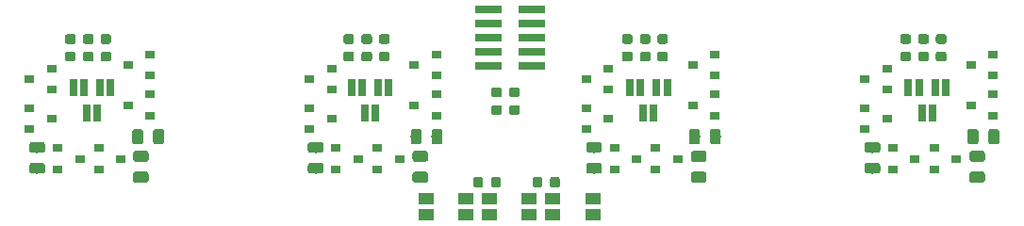
<source format=gbr>
G04 #@! TF.GenerationSoftware,KiCad,Pcbnew,(5.1.2)-2*
G04 #@! TF.CreationDate,2020-05-22T00:53:43-04:00*
G04 #@! TF.ProjectId,AddressableLED,41646472-6573-4736-9162-6c654c45442e,rev?*
G04 #@! TF.SameCoordinates,Original*
G04 #@! TF.FileFunction,Paste,Top*
G04 #@! TF.FilePolarity,Positive*
%FSLAX46Y46*%
G04 Gerber Fmt 4.6, Leading zero omitted, Abs format (unit mm)*
G04 Created by KiCad (PCBNEW (5.1.2)-2) date 2020-05-22 00:53:43*
%MOMM*%
%LPD*%
G04 APERTURE LIST*
%ADD10C,0.100000*%
%ADD11C,0.875000*%
%ADD12R,1.400000X1.050000*%
%ADD13R,2.400000X0.740000*%
%ADD14R,0.650000X1.600000*%
%ADD15R,0.900000X0.800000*%
%ADD16C,0.975000*%
G04 APERTURE END LIST*
D10*
G36*
X144327691Y-116826053D02*
G01*
X144348926Y-116829203D01*
X144369750Y-116834419D01*
X144389962Y-116841651D01*
X144409368Y-116850830D01*
X144427781Y-116861866D01*
X144445024Y-116874654D01*
X144460930Y-116889070D01*
X144475346Y-116904976D01*
X144488134Y-116922219D01*
X144499170Y-116940632D01*
X144508349Y-116960038D01*
X144515581Y-116980250D01*
X144520797Y-117001074D01*
X144523947Y-117022309D01*
X144525000Y-117043750D01*
X144525000Y-117556250D01*
X144523947Y-117577691D01*
X144520797Y-117598926D01*
X144515581Y-117619750D01*
X144508349Y-117639962D01*
X144499170Y-117659368D01*
X144488134Y-117677781D01*
X144475346Y-117695024D01*
X144460930Y-117710930D01*
X144445024Y-117725346D01*
X144427781Y-117738134D01*
X144409368Y-117749170D01*
X144389962Y-117758349D01*
X144369750Y-117765581D01*
X144348926Y-117770797D01*
X144327691Y-117773947D01*
X144306250Y-117775000D01*
X143868750Y-117775000D01*
X143847309Y-117773947D01*
X143826074Y-117770797D01*
X143805250Y-117765581D01*
X143785038Y-117758349D01*
X143765632Y-117749170D01*
X143747219Y-117738134D01*
X143729976Y-117725346D01*
X143714070Y-117710930D01*
X143699654Y-117695024D01*
X143686866Y-117677781D01*
X143675830Y-117659368D01*
X143666651Y-117639962D01*
X143659419Y-117619750D01*
X143654203Y-117598926D01*
X143651053Y-117577691D01*
X143650000Y-117556250D01*
X143650000Y-117043750D01*
X143651053Y-117022309D01*
X143654203Y-117001074D01*
X143659419Y-116980250D01*
X143666651Y-116960038D01*
X143675830Y-116940632D01*
X143686866Y-116922219D01*
X143699654Y-116904976D01*
X143714070Y-116889070D01*
X143729976Y-116874654D01*
X143747219Y-116861866D01*
X143765632Y-116850830D01*
X143785038Y-116841651D01*
X143805250Y-116834419D01*
X143826074Y-116829203D01*
X143847309Y-116826053D01*
X143868750Y-116825000D01*
X144306250Y-116825000D01*
X144327691Y-116826053D01*
X144327691Y-116826053D01*
G37*
D11*
X144087500Y-117300000D03*
D10*
G36*
X142752691Y-116826053D02*
G01*
X142773926Y-116829203D01*
X142794750Y-116834419D01*
X142814962Y-116841651D01*
X142834368Y-116850830D01*
X142852781Y-116861866D01*
X142870024Y-116874654D01*
X142885930Y-116889070D01*
X142900346Y-116904976D01*
X142913134Y-116922219D01*
X142924170Y-116940632D01*
X142933349Y-116960038D01*
X142940581Y-116980250D01*
X142945797Y-117001074D01*
X142948947Y-117022309D01*
X142950000Y-117043750D01*
X142950000Y-117556250D01*
X142948947Y-117577691D01*
X142945797Y-117598926D01*
X142940581Y-117619750D01*
X142933349Y-117639962D01*
X142924170Y-117659368D01*
X142913134Y-117677781D01*
X142900346Y-117695024D01*
X142885930Y-117710930D01*
X142870024Y-117725346D01*
X142852781Y-117738134D01*
X142834368Y-117749170D01*
X142814962Y-117758349D01*
X142794750Y-117765581D01*
X142773926Y-117770797D01*
X142752691Y-117773947D01*
X142731250Y-117775000D01*
X142293750Y-117775000D01*
X142272309Y-117773947D01*
X142251074Y-117770797D01*
X142230250Y-117765581D01*
X142210038Y-117758349D01*
X142190632Y-117749170D01*
X142172219Y-117738134D01*
X142154976Y-117725346D01*
X142139070Y-117710930D01*
X142124654Y-117695024D01*
X142111866Y-117677781D01*
X142100830Y-117659368D01*
X142091651Y-117639962D01*
X142084419Y-117619750D01*
X142079203Y-117598926D01*
X142076053Y-117577691D01*
X142075000Y-117556250D01*
X142075000Y-117043750D01*
X142076053Y-117022309D01*
X142079203Y-117001074D01*
X142084419Y-116980250D01*
X142091651Y-116960038D01*
X142100830Y-116940632D01*
X142111866Y-116922219D01*
X142124654Y-116904976D01*
X142139070Y-116889070D01*
X142154976Y-116874654D01*
X142172219Y-116861866D01*
X142190632Y-116850830D01*
X142210038Y-116841651D01*
X142230250Y-116834419D01*
X142251074Y-116829203D01*
X142272309Y-116826053D01*
X142293750Y-116825000D01*
X142731250Y-116825000D01*
X142752691Y-116826053D01*
X142752691Y-116826053D01*
G37*
D11*
X142512500Y-117300000D03*
D10*
G36*
X137452691Y-116826053D02*
G01*
X137473926Y-116829203D01*
X137494750Y-116834419D01*
X137514962Y-116841651D01*
X137534368Y-116850830D01*
X137552781Y-116861866D01*
X137570024Y-116874654D01*
X137585930Y-116889070D01*
X137600346Y-116904976D01*
X137613134Y-116922219D01*
X137624170Y-116940632D01*
X137633349Y-116960038D01*
X137640581Y-116980250D01*
X137645797Y-117001074D01*
X137648947Y-117022309D01*
X137650000Y-117043750D01*
X137650000Y-117556250D01*
X137648947Y-117577691D01*
X137645797Y-117598926D01*
X137640581Y-117619750D01*
X137633349Y-117639962D01*
X137624170Y-117659368D01*
X137613134Y-117677781D01*
X137600346Y-117695024D01*
X137585930Y-117710930D01*
X137570024Y-117725346D01*
X137552781Y-117738134D01*
X137534368Y-117749170D01*
X137514962Y-117758349D01*
X137494750Y-117765581D01*
X137473926Y-117770797D01*
X137452691Y-117773947D01*
X137431250Y-117775000D01*
X136993750Y-117775000D01*
X136972309Y-117773947D01*
X136951074Y-117770797D01*
X136930250Y-117765581D01*
X136910038Y-117758349D01*
X136890632Y-117749170D01*
X136872219Y-117738134D01*
X136854976Y-117725346D01*
X136839070Y-117710930D01*
X136824654Y-117695024D01*
X136811866Y-117677781D01*
X136800830Y-117659368D01*
X136791651Y-117639962D01*
X136784419Y-117619750D01*
X136779203Y-117598926D01*
X136776053Y-117577691D01*
X136775000Y-117556250D01*
X136775000Y-117043750D01*
X136776053Y-117022309D01*
X136779203Y-117001074D01*
X136784419Y-116980250D01*
X136791651Y-116960038D01*
X136800830Y-116940632D01*
X136811866Y-116922219D01*
X136824654Y-116904976D01*
X136839070Y-116889070D01*
X136854976Y-116874654D01*
X136872219Y-116861866D01*
X136890632Y-116850830D01*
X136910038Y-116841651D01*
X136930250Y-116834419D01*
X136951074Y-116829203D01*
X136972309Y-116826053D01*
X136993750Y-116825000D01*
X137431250Y-116825000D01*
X137452691Y-116826053D01*
X137452691Y-116826053D01*
G37*
D11*
X137212500Y-117300000D03*
D10*
G36*
X139027691Y-116826053D02*
G01*
X139048926Y-116829203D01*
X139069750Y-116834419D01*
X139089962Y-116841651D01*
X139109368Y-116850830D01*
X139127781Y-116861866D01*
X139145024Y-116874654D01*
X139160930Y-116889070D01*
X139175346Y-116904976D01*
X139188134Y-116922219D01*
X139199170Y-116940632D01*
X139208349Y-116960038D01*
X139215581Y-116980250D01*
X139220797Y-117001074D01*
X139223947Y-117022309D01*
X139225000Y-117043750D01*
X139225000Y-117556250D01*
X139223947Y-117577691D01*
X139220797Y-117598926D01*
X139215581Y-117619750D01*
X139208349Y-117639962D01*
X139199170Y-117659368D01*
X139188134Y-117677781D01*
X139175346Y-117695024D01*
X139160930Y-117710930D01*
X139145024Y-117725346D01*
X139127781Y-117738134D01*
X139109368Y-117749170D01*
X139089962Y-117758349D01*
X139069750Y-117765581D01*
X139048926Y-117770797D01*
X139027691Y-117773947D01*
X139006250Y-117775000D01*
X138568750Y-117775000D01*
X138547309Y-117773947D01*
X138526074Y-117770797D01*
X138505250Y-117765581D01*
X138485038Y-117758349D01*
X138465632Y-117749170D01*
X138447219Y-117738134D01*
X138429976Y-117725346D01*
X138414070Y-117710930D01*
X138399654Y-117695024D01*
X138386866Y-117677781D01*
X138375830Y-117659368D01*
X138366651Y-117639962D01*
X138359419Y-117619750D01*
X138354203Y-117598926D01*
X138351053Y-117577691D01*
X138350000Y-117556250D01*
X138350000Y-117043750D01*
X138351053Y-117022309D01*
X138354203Y-117001074D01*
X138359419Y-116980250D01*
X138366651Y-116960038D01*
X138375830Y-116940632D01*
X138386866Y-116922219D01*
X138399654Y-116904976D01*
X138414070Y-116889070D01*
X138429976Y-116874654D01*
X138447219Y-116861866D01*
X138465632Y-116850830D01*
X138485038Y-116841651D01*
X138505250Y-116834419D01*
X138526074Y-116829203D01*
X138547309Y-116826053D01*
X138568750Y-116825000D01*
X139006250Y-116825000D01*
X139027691Y-116826053D01*
X139027691Y-116826053D01*
G37*
D11*
X138787500Y-117300000D03*
D12*
X147500000Y-120220000D03*
X147500000Y-118780000D03*
X143900000Y-120220000D03*
X143900000Y-118780000D03*
X141800000Y-120220000D03*
X141800000Y-118780000D03*
X138200000Y-120220000D03*
X138200000Y-118780000D03*
X136100000Y-120220000D03*
X136100000Y-118780000D03*
X132500000Y-120220000D03*
X132500000Y-118780000D03*
D13*
X138100000Y-101760000D03*
X142000000Y-101760000D03*
X138100000Y-103030000D03*
X142000000Y-103030000D03*
X138100000Y-104300000D03*
X142000000Y-104300000D03*
X138100000Y-105570000D03*
X142000000Y-105570000D03*
X138100000Y-106840000D03*
X142000000Y-106840000D03*
D10*
G36*
X139127691Y-110351053D02*
G01*
X139148926Y-110354203D01*
X139169750Y-110359419D01*
X139189962Y-110366651D01*
X139209368Y-110375830D01*
X139227781Y-110386866D01*
X139245024Y-110399654D01*
X139260930Y-110414070D01*
X139275346Y-110429976D01*
X139288134Y-110447219D01*
X139299170Y-110465632D01*
X139308349Y-110485038D01*
X139315581Y-110505250D01*
X139320797Y-110526074D01*
X139323947Y-110547309D01*
X139325000Y-110568750D01*
X139325000Y-111006250D01*
X139323947Y-111027691D01*
X139320797Y-111048926D01*
X139315581Y-111069750D01*
X139308349Y-111089962D01*
X139299170Y-111109368D01*
X139288134Y-111127781D01*
X139275346Y-111145024D01*
X139260930Y-111160930D01*
X139245024Y-111175346D01*
X139227781Y-111188134D01*
X139209368Y-111199170D01*
X139189962Y-111208349D01*
X139169750Y-111215581D01*
X139148926Y-111220797D01*
X139127691Y-111223947D01*
X139106250Y-111225000D01*
X138593750Y-111225000D01*
X138572309Y-111223947D01*
X138551074Y-111220797D01*
X138530250Y-111215581D01*
X138510038Y-111208349D01*
X138490632Y-111199170D01*
X138472219Y-111188134D01*
X138454976Y-111175346D01*
X138439070Y-111160930D01*
X138424654Y-111145024D01*
X138411866Y-111127781D01*
X138400830Y-111109368D01*
X138391651Y-111089962D01*
X138384419Y-111069750D01*
X138379203Y-111048926D01*
X138376053Y-111027691D01*
X138375000Y-111006250D01*
X138375000Y-110568750D01*
X138376053Y-110547309D01*
X138379203Y-110526074D01*
X138384419Y-110505250D01*
X138391651Y-110485038D01*
X138400830Y-110465632D01*
X138411866Y-110447219D01*
X138424654Y-110429976D01*
X138439070Y-110414070D01*
X138454976Y-110399654D01*
X138472219Y-110386866D01*
X138490632Y-110375830D01*
X138510038Y-110366651D01*
X138530250Y-110359419D01*
X138551074Y-110354203D01*
X138572309Y-110351053D01*
X138593750Y-110350000D01*
X139106250Y-110350000D01*
X139127691Y-110351053D01*
X139127691Y-110351053D01*
G37*
D11*
X138850000Y-110787500D03*
D10*
G36*
X139127691Y-108776053D02*
G01*
X139148926Y-108779203D01*
X139169750Y-108784419D01*
X139189962Y-108791651D01*
X139209368Y-108800830D01*
X139227781Y-108811866D01*
X139245024Y-108824654D01*
X139260930Y-108839070D01*
X139275346Y-108854976D01*
X139288134Y-108872219D01*
X139299170Y-108890632D01*
X139308349Y-108910038D01*
X139315581Y-108930250D01*
X139320797Y-108951074D01*
X139323947Y-108972309D01*
X139325000Y-108993750D01*
X139325000Y-109431250D01*
X139323947Y-109452691D01*
X139320797Y-109473926D01*
X139315581Y-109494750D01*
X139308349Y-109514962D01*
X139299170Y-109534368D01*
X139288134Y-109552781D01*
X139275346Y-109570024D01*
X139260930Y-109585930D01*
X139245024Y-109600346D01*
X139227781Y-109613134D01*
X139209368Y-109624170D01*
X139189962Y-109633349D01*
X139169750Y-109640581D01*
X139148926Y-109645797D01*
X139127691Y-109648947D01*
X139106250Y-109650000D01*
X138593750Y-109650000D01*
X138572309Y-109648947D01*
X138551074Y-109645797D01*
X138530250Y-109640581D01*
X138510038Y-109633349D01*
X138490632Y-109624170D01*
X138472219Y-109613134D01*
X138454976Y-109600346D01*
X138439070Y-109585930D01*
X138424654Y-109570024D01*
X138411866Y-109552781D01*
X138400830Y-109534368D01*
X138391651Y-109514962D01*
X138384419Y-109494750D01*
X138379203Y-109473926D01*
X138376053Y-109452691D01*
X138375000Y-109431250D01*
X138375000Y-108993750D01*
X138376053Y-108972309D01*
X138379203Y-108951074D01*
X138384419Y-108930250D01*
X138391651Y-108910038D01*
X138400830Y-108890632D01*
X138411866Y-108872219D01*
X138424654Y-108854976D01*
X138439070Y-108839070D01*
X138454976Y-108824654D01*
X138472219Y-108811866D01*
X138490632Y-108800830D01*
X138510038Y-108791651D01*
X138530250Y-108784419D01*
X138551074Y-108779203D01*
X138572309Y-108776053D01*
X138593750Y-108775000D01*
X139106250Y-108775000D01*
X139127691Y-108776053D01*
X139127691Y-108776053D01*
G37*
D11*
X138850000Y-109212500D03*
D10*
G36*
X140727691Y-110351053D02*
G01*
X140748926Y-110354203D01*
X140769750Y-110359419D01*
X140789962Y-110366651D01*
X140809368Y-110375830D01*
X140827781Y-110386866D01*
X140845024Y-110399654D01*
X140860930Y-110414070D01*
X140875346Y-110429976D01*
X140888134Y-110447219D01*
X140899170Y-110465632D01*
X140908349Y-110485038D01*
X140915581Y-110505250D01*
X140920797Y-110526074D01*
X140923947Y-110547309D01*
X140925000Y-110568750D01*
X140925000Y-111006250D01*
X140923947Y-111027691D01*
X140920797Y-111048926D01*
X140915581Y-111069750D01*
X140908349Y-111089962D01*
X140899170Y-111109368D01*
X140888134Y-111127781D01*
X140875346Y-111145024D01*
X140860930Y-111160930D01*
X140845024Y-111175346D01*
X140827781Y-111188134D01*
X140809368Y-111199170D01*
X140789962Y-111208349D01*
X140769750Y-111215581D01*
X140748926Y-111220797D01*
X140727691Y-111223947D01*
X140706250Y-111225000D01*
X140193750Y-111225000D01*
X140172309Y-111223947D01*
X140151074Y-111220797D01*
X140130250Y-111215581D01*
X140110038Y-111208349D01*
X140090632Y-111199170D01*
X140072219Y-111188134D01*
X140054976Y-111175346D01*
X140039070Y-111160930D01*
X140024654Y-111145024D01*
X140011866Y-111127781D01*
X140000830Y-111109368D01*
X139991651Y-111089962D01*
X139984419Y-111069750D01*
X139979203Y-111048926D01*
X139976053Y-111027691D01*
X139975000Y-111006250D01*
X139975000Y-110568750D01*
X139976053Y-110547309D01*
X139979203Y-110526074D01*
X139984419Y-110505250D01*
X139991651Y-110485038D01*
X140000830Y-110465632D01*
X140011866Y-110447219D01*
X140024654Y-110429976D01*
X140039070Y-110414070D01*
X140054976Y-110399654D01*
X140072219Y-110386866D01*
X140090632Y-110375830D01*
X140110038Y-110366651D01*
X140130250Y-110359419D01*
X140151074Y-110354203D01*
X140172309Y-110351053D01*
X140193750Y-110350000D01*
X140706250Y-110350000D01*
X140727691Y-110351053D01*
X140727691Y-110351053D01*
G37*
D11*
X140450000Y-110787500D03*
D10*
G36*
X140727691Y-108776053D02*
G01*
X140748926Y-108779203D01*
X140769750Y-108784419D01*
X140789962Y-108791651D01*
X140809368Y-108800830D01*
X140827781Y-108811866D01*
X140845024Y-108824654D01*
X140860930Y-108839070D01*
X140875346Y-108854976D01*
X140888134Y-108872219D01*
X140899170Y-108890632D01*
X140908349Y-108910038D01*
X140915581Y-108930250D01*
X140920797Y-108951074D01*
X140923947Y-108972309D01*
X140925000Y-108993750D01*
X140925000Y-109431250D01*
X140923947Y-109452691D01*
X140920797Y-109473926D01*
X140915581Y-109494750D01*
X140908349Y-109514962D01*
X140899170Y-109534368D01*
X140888134Y-109552781D01*
X140875346Y-109570024D01*
X140860930Y-109585930D01*
X140845024Y-109600346D01*
X140827781Y-109613134D01*
X140809368Y-109624170D01*
X140789962Y-109633349D01*
X140769750Y-109640581D01*
X140748926Y-109645797D01*
X140727691Y-109648947D01*
X140706250Y-109650000D01*
X140193750Y-109650000D01*
X140172309Y-109648947D01*
X140151074Y-109645797D01*
X140130250Y-109640581D01*
X140110038Y-109633349D01*
X140090632Y-109624170D01*
X140072219Y-109613134D01*
X140054976Y-109600346D01*
X140039070Y-109585930D01*
X140024654Y-109570024D01*
X140011866Y-109552781D01*
X140000830Y-109534368D01*
X139991651Y-109514962D01*
X139984419Y-109494750D01*
X139979203Y-109473926D01*
X139976053Y-109452691D01*
X139975000Y-109431250D01*
X139975000Y-108993750D01*
X139976053Y-108972309D01*
X139979203Y-108951074D01*
X139984419Y-108930250D01*
X139991651Y-108910038D01*
X140000830Y-108890632D01*
X140011866Y-108872219D01*
X140024654Y-108854976D01*
X140039070Y-108839070D01*
X140054976Y-108824654D01*
X140072219Y-108811866D01*
X140090632Y-108800830D01*
X140110038Y-108791651D01*
X140130250Y-108784419D01*
X140151074Y-108779203D01*
X140172309Y-108776053D01*
X140193750Y-108775000D01*
X140706250Y-108775000D01*
X140727691Y-108776053D01*
X140727691Y-108776053D01*
G37*
D11*
X140450000Y-109212500D03*
D14*
X103225000Y-108800000D03*
X104175000Y-108800000D03*
X128225000Y-108800000D03*
X129175000Y-108800000D03*
X153225000Y-108800000D03*
X154175000Y-108800000D03*
X178225000Y-108800000D03*
X179175000Y-108800000D03*
X102025000Y-111100000D03*
X102975000Y-111100000D03*
X127025000Y-111100000D03*
X127975000Y-111100000D03*
X152025000Y-111100000D03*
X152975000Y-111100000D03*
X177025000Y-111100000D03*
X177975000Y-111100000D03*
X101775000Y-108800000D03*
X100825000Y-108800000D03*
X126775000Y-108800000D03*
X125825000Y-108800000D03*
X176775000Y-108800000D03*
X175825000Y-108800000D03*
X151775000Y-108800000D03*
X150825000Y-108800000D03*
D15*
X171900000Y-108000000D03*
X173900000Y-107050000D03*
X173900000Y-108950000D03*
D10*
G36*
X182480142Y-114476174D02*
G01*
X182503803Y-114479684D01*
X182527007Y-114485496D01*
X182549529Y-114493554D01*
X182571153Y-114503782D01*
X182591670Y-114516079D01*
X182610883Y-114530329D01*
X182628607Y-114546393D01*
X182644671Y-114564117D01*
X182658921Y-114583330D01*
X182671218Y-114603847D01*
X182681446Y-114625471D01*
X182689504Y-114647993D01*
X182695316Y-114671197D01*
X182698826Y-114694858D01*
X182700000Y-114718750D01*
X182700000Y-115206250D01*
X182698826Y-115230142D01*
X182695316Y-115253803D01*
X182689504Y-115277007D01*
X182681446Y-115299529D01*
X182671218Y-115321153D01*
X182658921Y-115341670D01*
X182644671Y-115360883D01*
X182628607Y-115378607D01*
X182610883Y-115394671D01*
X182591670Y-115408921D01*
X182571153Y-115421218D01*
X182549529Y-115431446D01*
X182527007Y-115439504D01*
X182503803Y-115445316D01*
X182480142Y-115448826D01*
X182456250Y-115450000D01*
X181543750Y-115450000D01*
X181519858Y-115448826D01*
X181496197Y-115445316D01*
X181472993Y-115439504D01*
X181450471Y-115431446D01*
X181428847Y-115421218D01*
X181408330Y-115408921D01*
X181389117Y-115394671D01*
X181371393Y-115378607D01*
X181355329Y-115360883D01*
X181341079Y-115341670D01*
X181328782Y-115321153D01*
X181318554Y-115299529D01*
X181310496Y-115277007D01*
X181304684Y-115253803D01*
X181301174Y-115230142D01*
X181300000Y-115206250D01*
X181300000Y-114718750D01*
X181301174Y-114694858D01*
X181304684Y-114671197D01*
X181310496Y-114647993D01*
X181318554Y-114625471D01*
X181328782Y-114603847D01*
X181341079Y-114583330D01*
X181355329Y-114564117D01*
X181371393Y-114546393D01*
X181389117Y-114530329D01*
X181408330Y-114516079D01*
X181428847Y-114503782D01*
X181450471Y-114493554D01*
X181472993Y-114485496D01*
X181496197Y-114479684D01*
X181519858Y-114476174D01*
X181543750Y-114475000D01*
X182456250Y-114475000D01*
X182480142Y-114476174D01*
X182480142Y-114476174D01*
G37*
D16*
X182000000Y-114962500D03*
D10*
G36*
X182480142Y-116351174D02*
G01*
X182503803Y-116354684D01*
X182527007Y-116360496D01*
X182549529Y-116368554D01*
X182571153Y-116378782D01*
X182591670Y-116391079D01*
X182610883Y-116405329D01*
X182628607Y-116421393D01*
X182644671Y-116439117D01*
X182658921Y-116458330D01*
X182671218Y-116478847D01*
X182681446Y-116500471D01*
X182689504Y-116522993D01*
X182695316Y-116546197D01*
X182698826Y-116569858D01*
X182700000Y-116593750D01*
X182700000Y-117081250D01*
X182698826Y-117105142D01*
X182695316Y-117128803D01*
X182689504Y-117152007D01*
X182681446Y-117174529D01*
X182671218Y-117196153D01*
X182658921Y-117216670D01*
X182644671Y-117235883D01*
X182628607Y-117253607D01*
X182610883Y-117269671D01*
X182591670Y-117283921D01*
X182571153Y-117296218D01*
X182549529Y-117306446D01*
X182527007Y-117314504D01*
X182503803Y-117320316D01*
X182480142Y-117323826D01*
X182456250Y-117325000D01*
X181543750Y-117325000D01*
X181519858Y-117323826D01*
X181496197Y-117320316D01*
X181472993Y-117314504D01*
X181450471Y-117306446D01*
X181428847Y-117296218D01*
X181408330Y-117283921D01*
X181389117Y-117269671D01*
X181371393Y-117253607D01*
X181355329Y-117235883D01*
X181341079Y-117216670D01*
X181328782Y-117196153D01*
X181318554Y-117174529D01*
X181310496Y-117152007D01*
X181304684Y-117128803D01*
X181301174Y-117105142D01*
X181300000Y-117081250D01*
X181300000Y-116593750D01*
X181301174Y-116569858D01*
X181304684Y-116546197D01*
X181310496Y-116522993D01*
X181318554Y-116500471D01*
X181328782Y-116478847D01*
X181341079Y-116458330D01*
X181355329Y-116439117D01*
X181371393Y-116421393D01*
X181389117Y-116405329D01*
X181408330Y-116391079D01*
X181428847Y-116378782D01*
X181450471Y-116368554D01*
X181472993Y-116360496D01*
X181496197Y-116354684D01*
X181519858Y-116351174D01*
X181543750Y-116350000D01*
X182456250Y-116350000D01*
X182480142Y-116351174D01*
X182480142Y-116351174D01*
G37*
D16*
X182000000Y-116837500D03*
D10*
G36*
X177466791Y-105551053D02*
G01*
X177488026Y-105554203D01*
X177508850Y-105559419D01*
X177529062Y-105566651D01*
X177548468Y-105575830D01*
X177566881Y-105586866D01*
X177584124Y-105599654D01*
X177600030Y-105614070D01*
X177614446Y-105629976D01*
X177627234Y-105647219D01*
X177638270Y-105665632D01*
X177647449Y-105685038D01*
X177654681Y-105705250D01*
X177659897Y-105726074D01*
X177663047Y-105747309D01*
X177664100Y-105768750D01*
X177664100Y-106206250D01*
X177663047Y-106227691D01*
X177659897Y-106248926D01*
X177654681Y-106269750D01*
X177647449Y-106289962D01*
X177638270Y-106309368D01*
X177627234Y-106327781D01*
X177614446Y-106345024D01*
X177600030Y-106360930D01*
X177584124Y-106375346D01*
X177566881Y-106388134D01*
X177548468Y-106399170D01*
X177529062Y-106408349D01*
X177508850Y-106415581D01*
X177488026Y-106420797D01*
X177466791Y-106423947D01*
X177445350Y-106425000D01*
X176932850Y-106425000D01*
X176911409Y-106423947D01*
X176890174Y-106420797D01*
X176869350Y-106415581D01*
X176849138Y-106408349D01*
X176829732Y-106399170D01*
X176811319Y-106388134D01*
X176794076Y-106375346D01*
X176778170Y-106360930D01*
X176763754Y-106345024D01*
X176750966Y-106327781D01*
X176739930Y-106309368D01*
X176730751Y-106289962D01*
X176723519Y-106269750D01*
X176718303Y-106248926D01*
X176715153Y-106227691D01*
X176714100Y-106206250D01*
X176714100Y-105768750D01*
X176715153Y-105747309D01*
X176718303Y-105726074D01*
X176723519Y-105705250D01*
X176730751Y-105685038D01*
X176739930Y-105665632D01*
X176750966Y-105647219D01*
X176763754Y-105629976D01*
X176778170Y-105614070D01*
X176794076Y-105599654D01*
X176811319Y-105586866D01*
X176829732Y-105575830D01*
X176849138Y-105566651D01*
X176869350Y-105559419D01*
X176890174Y-105554203D01*
X176911409Y-105551053D01*
X176932850Y-105550000D01*
X177445350Y-105550000D01*
X177466791Y-105551053D01*
X177466791Y-105551053D01*
G37*
D11*
X177189100Y-105987500D03*
D10*
G36*
X177466791Y-103976053D02*
G01*
X177488026Y-103979203D01*
X177508850Y-103984419D01*
X177529062Y-103991651D01*
X177548468Y-104000830D01*
X177566881Y-104011866D01*
X177584124Y-104024654D01*
X177600030Y-104039070D01*
X177614446Y-104054976D01*
X177627234Y-104072219D01*
X177638270Y-104090632D01*
X177647449Y-104110038D01*
X177654681Y-104130250D01*
X177659897Y-104151074D01*
X177663047Y-104172309D01*
X177664100Y-104193750D01*
X177664100Y-104631250D01*
X177663047Y-104652691D01*
X177659897Y-104673926D01*
X177654681Y-104694750D01*
X177647449Y-104714962D01*
X177638270Y-104734368D01*
X177627234Y-104752781D01*
X177614446Y-104770024D01*
X177600030Y-104785930D01*
X177584124Y-104800346D01*
X177566881Y-104813134D01*
X177548468Y-104824170D01*
X177529062Y-104833349D01*
X177508850Y-104840581D01*
X177488026Y-104845797D01*
X177466791Y-104848947D01*
X177445350Y-104850000D01*
X176932850Y-104850000D01*
X176911409Y-104848947D01*
X176890174Y-104845797D01*
X176869350Y-104840581D01*
X176849138Y-104833349D01*
X176829732Y-104824170D01*
X176811319Y-104813134D01*
X176794076Y-104800346D01*
X176778170Y-104785930D01*
X176763754Y-104770024D01*
X176750966Y-104752781D01*
X176739930Y-104734368D01*
X176730751Y-104714962D01*
X176723519Y-104694750D01*
X176718303Y-104673926D01*
X176715153Y-104652691D01*
X176714100Y-104631250D01*
X176714100Y-104193750D01*
X176715153Y-104172309D01*
X176718303Y-104151074D01*
X176723519Y-104130250D01*
X176730751Y-104110038D01*
X176739930Y-104090632D01*
X176750966Y-104072219D01*
X176763754Y-104054976D01*
X176778170Y-104039070D01*
X176794076Y-104024654D01*
X176811319Y-104011866D01*
X176829732Y-104000830D01*
X176849138Y-103991651D01*
X176869350Y-103984419D01*
X176890174Y-103979203D01*
X176911409Y-103976053D01*
X176932850Y-103975000D01*
X177445350Y-103975000D01*
X177466791Y-103976053D01*
X177466791Y-103976053D01*
G37*
D11*
X177189100Y-104412500D03*
D10*
G36*
X173080142Y-115551174D02*
G01*
X173103803Y-115554684D01*
X173127007Y-115560496D01*
X173149529Y-115568554D01*
X173171153Y-115578782D01*
X173191670Y-115591079D01*
X173210883Y-115605329D01*
X173228607Y-115621393D01*
X173244671Y-115639117D01*
X173258921Y-115658330D01*
X173271218Y-115678847D01*
X173281446Y-115700471D01*
X173289504Y-115722993D01*
X173295316Y-115746197D01*
X173298826Y-115769858D01*
X173300000Y-115793750D01*
X173300000Y-116281250D01*
X173298826Y-116305142D01*
X173295316Y-116328803D01*
X173289504Y-116352007D01*
X173281446Y-116374529D01*
X173271218Y-116396153D01*
X173258921Y-116416670D01*
X173244671Y-116435883D01*
X173228607Y-116453607D01*
X173210883Y-116469671D01*
X173191670Y-116483921D01*
X173171153Y-116496218D01*
X173149529Y-116506446D01*
X173127007Y-116514504D01*
X173103803Y-116520316D01*
X173080142Y-116523826D01*
X173056250Y-116525000D01*
X172143750Y-116525000D01*
X172119858Y-116523826D01*
X172096197Y-116520316D01*
X172072993Y-116514504D01*
X172050471Y-116506446D01*
X172028847Y-116496218D01*
X172008330Y-116483921D01*
X171989117Y-116469671D01*
X171971393Y-116453607D01*
X171955329Y-116435883D01*
X171941079Y-116416670D01*
X171928782Y-116396153D01*
X171918554Y-116374529D01*
X171910496Y-116352007D01*
X171904684Y-116328803D01*
X171901174Y-116305142D01*
X171900000Y-116281250D01*
X171900000Y-115793750D01*
X171901174Y-115769858D01*
X171904684Y-115746197D01*
X171910496Y-115722993D01*
X171918554Y-115700471D01*
X171928782Y-115678847D01*
X171941079Y-115658330D01*
X171955329Y-115639117D01*
X171971393Y-115621393D01*
X171989117Y-115605329D01*
X172008330Y-115591079D01*
X172028847Y-115578782D01*
X172050471Y-115568554D01*
X172072993Y-115560496D01*
X172096197Y-115554684D01*
X172119858Y-115551174D01*
X172143750Y-115550000D01*
X173056250Y-115550000D01*
X173080142Y-115551174D01*
X173080142Y-115551174D01*
G37*
D16*
X172600000Y-116037500D03*
D10*
G36*
X173080142Y-113676174D02*
G01*
X173103803Y-113679684D01*
X173127007Y-113685496D01*
X173149529Y-113693554D01*
X173171153Y-113703782D01*
X173191670Y-113716079D01*
X173210883Y-113730329D01*
X173228607Y-113746393D01*
X173244671Y-113764117D01*
X173258921Y-113783330D01*
X173271218Y-113803847D01*
X173281446Y-113825471D01*
X173289504Y-113847993D01*
X173295316Y-113871197D01*
X173298826Y-113894858D01*
X173300000Y-113918750D01*
X173300000Y-114406250D01*
X173298826Y-114430142D01*
X173295316Y-114453803D01*
X173289504Y-114477007D01*
X173281446Y-114499529D01*
X173271218Y-114521153D01*
X173258921Y-114541670D01*
X173244671Y-114560883D01*
X173228607Y-114578607D01*
X173210883Y-114594671D01*
X173191670Y-114608921D01*
X173171153Y-114621218D01*
X173149529Y-114631446D01*
X173127007Y-114639504D01*
X173103803Y-114645316D01*
X173080142Y-114648826D01*
X173056250Y-114650000D01*
X172143750Y-114650000D01*
X172119858Y-114648826D01*
X172096197Y-114645316D01*
X172072993Y-114639504D01*
X172050471Y-114631446D01*
X172028847Y-114621218D01*
X172008330Y-114608921D01*
X171989117Y-114594671D01*
X171971393Y-114578607D01*
X171955329Y-114560883D01*
X171941079Y-114541670D01*
X171928782Y-114521153D01*
X171918554Y-114499529D01*
X171910496Y-114477007D01*
X171904684Y-114453803D01*
X171901174Y-114430142D01*
X171900000Y-114406250D01*
X171900000Y-113918750D01*
X171901174Y-113894858D01*
X171904684Y-113871197D01*
X171910496Y-113847993D01*
X171918554Y-113825471D01*
X171928782Y-113803847D01*
X171941079Y-113783330D01*
X171955329Y-113764117D01*
X171971393Y-113746393D01*
X171989117Y-113730329D01*
X172008330Y-113716079D01*
X172028847Y-113703782D01*
X172050471Y-113693554D01*
X172072993Y-113685496D01*
X172096197Y-113679684D01*
X172119858Y-113676174D01*
X172143750Y-113675000D01*
X173056250Y-113675000D01*
X173080142Y-113676174D01*
X173080142Y-113676174D01*
G37*
D16*
X172600000Y-114162500D03*
D10*
G36*
X175853891Y-105551053D02*
G01*
X175875126Y-105554203D01*
X175895950Y-105559419D01*
X175916162Y-105566651D01*
X175935568Y-105575830D01*
X175953981Y-105586866D01*
X175971224Y-105599654D01*
X175987130Y-105614070D01*
X176001546Y-105629976D01*
X176014334Y-105647219D01*
X176025370Y-105665632D01*
X176034549Y-105685038D01*
X176041781Y-105705250D01*
X176046997Y-105726074D01*
X176050147Y-105747309D01*
X176051200Y-105768750D01*
X176051200Y-106206250D01*
X176050147Y-106227691D01*
X176046997Y-106248926D01*
X176041781Y-106269750D01*
X176034549Y-106289962D01*
X176025370Y-106309368D01*
X176014334Y-106327781D01*
X176001546Y-106345024D01*
X175987130Y-106360930D01*
X175971224Y-106375346D01*
X175953981Y-106388134D01*
X175935568Y-106399170D01*
X175916162Y-106408349D01*
X175895950Y-106415581D01*
X175875126Y-106420797D01*
X175853891Y-106423947D01*
X175832450Y-106425000D01*
X175319950Y-106425000D01*
X175298509Y-106423947D01*
X175277274Y-106420797D01*
X175256450Y-106415581D01*
X175236238Y-106408349D01*
X175216832Y-106399170D01*
X175198419Y-106388134D01*
X175181176Y-106375346D01*
X175165270Y-106360930D01*
X175150854Y-106345024D01*
X175138066Y-106327781D01*
X175127030Y-106309368D01*
X175117851Y-106289962D01*
X175110619Y-106269750D01*
X175105403Y-106248926D01*
X175102253Y-106227691D01*
X175101200Y-106206250D01*
X175101200Y-105768750D01*
X175102253Y-105747309D01*
X175105403Y-105726074D01*
X175110619Y-105705250D01*
X175117851Y-105685038D01*
X175127030Y-105665632D01*
X175138066Y-105647219D01*
X175150854Y-105629976D01*
X175165270Y-105614070D01*
X175181176Y-105599654D01*
X175198419Y-105586866D01*
X175216832Y-105575830D01*
X175236238Y-105566651D01*
X175256450Y-105559419D01*
X175277274Y-105554203D01*
X175298509Y-105551053D01*
X175319950Y-105550000D01*
X175832450Y-105550000D01*
X175853891Y-105551053D01*
X175853891Y-105551053D01*
G37*
D11*
X175576200Y-105987500D03*
D10*
G36*
X175853891Y-103976053D02*
G01*
X175875126Y-103979203D01*
X175895950Y-103984419D01*
X175916162Y-103991651D01*
X175935568Y-104000830D01*
X175953981Y-104011866D01*
X175971224Y-104024654D01*
X175987130Y-104039070D01*
X176001546Y-104054976D01*
X176014334Y-104072219D01*
X176025370Y-104090632D01*
X176034549Y-104110038D01*
X176041781Y-104130250D01*
X176046997Y-104151074D01*
X176050147Y-104172309D01*
X176051200Y-104193750D01*
X176051200Y-104631250D01*
X176050147Y-104652691D01*
X176046997Y-104673926D01*
X176041781Y-104694750D01*
X176034549Y-104714962D01*
X176025370Y-104734368D01*
X176014334Y-104752781D01*
X176001546Y-104770024D01*
X175987130Y-104785930D01*
X175971224Y-104800346D01*
X175953981Y-104813134D01*
X175935568Y-104824170D01*
X175916162Y-104833349D01*
X175895950Y-104840581D01*
X175875126Y-104845797D01*
X175853891Y-104848947D01*
X175832450Y-104850000D01*
X175319950Y-104850000D01*
X175298509Y-104848947D01*
X175277274Y-104845797D01*
X175256450Y-104840581D01*
X175236238Y-104833349D01*
X175216832Y-104824170D01*
X175198419Y-104813134D01*
X175181176Y-104800346D01*
X175165270Y-104785930D01*
X175150854Y-104770024D01*
X175138066Y-104752781D01*
X175127030Y-104734368D01*
X175117851Y-104714962D01*
X175110619Y-104694750D01*
X175105403Y-104673926D01*
X175102253Y-104652691D01*
X175101200Y-104631250D01*
X175101200Y-104193750D01*
X175102253Y-104172309D01*
X175105403Y-104151074D01*
X175110619Y-104130250D01*
X175117851Y-104110038D01*
X175127030Y-104090632D01*
X175138066Y-104072219D01*
X175150854Y-104054976D01*
X175165270Y-104039070D01*
X175181176Y-104024654D01*
X175198419Y-104011866D01*
X175216832Y-104000830D01*
X175236238Y-103991651D01*
X175256450Y-103984419D01*
X175277274Y-103979203D01*
X175298509Y-103976053D01*
X175319950Y-103975000D01*
X175832450Y-103975000D01*
X175853891Y-103976053D01*
X175853891Y-103976053D01*
G37*
D11*
X175576200Y-104412500D03*
D10*
G36*
X181888742Y-112501174D02*
G01*
X181912403Y-112504684D01*
X181935607Y-112510496D01*
X181958129Y-112518554D01*
X181979753Y-112528782D01*
X182000270Y-112541079D01*
X182019483Y-112555329D01*
X182037207Y-112571393D01*
X182053271Y-112589117D01*
X182067521Y-112608330D01*
X182079818Y-112628847D01*
X182090046Y-112650471D01*
X182098104Y-112672993D01*
X182103916Y-112696197D01*
X182107426Y-112719858D01*
X182108600Y-112743750D01*
X182108600Y-113656250D01*
X182107426Y-113680142D01*
X182103916Y-113703803D01*
X182098104Y-113727007D01*
X182090046Y-113749529D01*
X182079818Y-113771153D01*
X182067521Y-113791670D01*
X182053271Y-113810883D01*
X182037207Y-113828607D01*
X182019483Y-113844671D01*
X182000270Y-113858921D01*
X181979753Y-113871218D01*
X181958129Y-113881446D01*
X181935607Y-113889504D01*
X181912403Y-113895316D01*
X181888742Y-113898826D01*
X181864850Y-113900000D01*
X181377350Y-113900000D01*
X181353458Y-113898826D01*
X181329797Y-113895316D01*
X181306593Y-113889504D01*
X181284071Y-113881446D01*
X181262447Y-113871218D01*
X181241930Y-113858921D01*
X181222717Y-113844671D01*
X181204993Y-113828607D01*
X181188929Y-113810883D01*
X181174679Y-113791670D01*
X181162382Y-113771153D01*
X181152154Y-113749529D01*
X181144096Y-113727007D01*
X181138284Y-113703803D01*
X181134774Y-113680142D01*
X181133600Y-113656250D01*
X181133600Y-112743750D01*
X181134774Y-112719858D01*
X181138284Y-112696197D01*
X181144096Y-112672993D01*
X181152154Y-112650471D01*
X181162382Y-112628847D01*
X181174679Y-112608330D01*
X181188929Y-112589117D01*
X181204993Y-112571393D01*
X181222717Y-112555329D01*
X181241930Y-112541079D01*
X181262447Y-112528782D01*
X181284071Y-112518554D01*
X181306593Y-112510496D01*
X181329797Y-112504684D01*
X181353458Y-112501174D01*
X181377350Y-112500000D01*
X181864850Y-112500000D01*
X181888742Y-112501174D01*
X181888742Y-112501174D01*
G37*
D16*
X181621100Y-113200000D03*
D10*
G36*
X183763742Y-112501174D02*
G01*
X183787403Y-112504684D01*
X183810607Y-112510496D01*
X183833129Y-112518554D01*
X183854753Y-112528782D01*
X183875270Y-112541079D01*
X183894483Y-112555329D01*
X183912207Y-112571393D01*
X183928271Y-112589117D01*
X183942521Y-112608330D01*
X183954818Y-112628847D01*
X183965046Y-112650471D01*
X183973104Y-112672993D01*
X183978916Y-112696197D01*
X183982426Y-112719858D01*
X183983600Y-112743750D01*
X183983600Y-113656250D01*
X183982426Y-113680142D01*
X183978916Y-113703803D01*
X183973104Y-113727007D01*
X183965046Y-113749529D01*
X183954818Y-113771153D01*
X183942521Y-113791670D01*
X183928271Y-113810883D01*
X183912207Y-113828607D01*
X183894483Y-113844671D01*
X183875270Y-113858921D01*
X183854753Y-113871218D01*
X183833129Y-113881446D01*
X183810607Y-113889504D01*
X183787403Y-113895316D01*
X183763742Y-113898826D01*
X183739850Y-113900000D01*
X183252350Y-113900000D01*
X183228458Y-113898826D01*
X183204797Y-113895316D01*
X183181593Y-113889504D01*
X183159071Y-113881446D01*
X183137447Y-113871218D01*
X183116930Y-113858921D01*
X183097717Y-113844671D01*
X183079993Y-113828607D01*
X183063929Y-113810883D01*
X183049679Y-113791670D01*
X183037382Y-113771153D01*
X183027154Y-113749529D01*
X183019096Y-113727007D01*
X183013284Y-113703803D01*
X183009774Y-113680142D01*
X183008600Y-113656250D01*
X183008600Y-112743750D01*
X183009774Y-112719858D01*
X183013284Y-112696197D01*
X183019096Y-112672993D01*
X183027154Y-112650471D01*
X183037382Y-112628847D01*
X183049679Y-112608330D01*
X183063929Y-112589117D01*
X183079993Y-112571393D01*
X183097717Y-112555329D01*
X183116930Y-112541079D01*
X183137447Y-112528782D01*
X183159071Y-112518554D01*
X183181593Y-112510496D01*
X183204797Y-112504684D01*
X183228458Y-112501174D01*
X183252350Y-112500000D01*
X183739850Y-112500000D01*
X183763742Y-112501174D01*
X183763742Y-112501174D01*
G37*
D16*
X183496100Y-113200000D03*
D10*
G36*
X179041591Y-105551053D02*
G01*
X179062826Y-105554203D01*
X179083650Y-105559419D01*
X179103862Y-105566651D01*
X179123268Y-105575830D01*
X179141681Y-105586866D01*
X179158924Y-105599654D01*
X179174830Y-105614070D01*
X179189246Y-105629976D01*
X179202034Y-105647219D01*
X179213070Y-105665632D01*
X179222249Y-105685038D01*
X179229481Y-105705250D01*
X179234697Y-105726074D01*
X179237847Y-105747309D01*
X179238900Y-105768750D01*
X179238900Y-106206250D01*
X179237847Y-106227691D01*
X179234697Y-106248926D01*
X179229481Y-106269750D01*
X179222249Y-106289962D01*
X179213070Y-106309368D01*
X179202034Y-106327781D01*
X179189246Y-106345024D01*
X179174830Y-106360930D01*
X179158924Y-106375346D01*
X179141681Y-106388134D01*
X179123268Y-106399170D01*
X179103862Y-106408349D01*
X179083650Y-106415581D01*
X179062826Y-106420797D01*
X179041591Y-106423947D01*
X179020150Y-106425000D01*
X178507650Y-106425000D01*
X178486209Y-106423947D01*
X178464974Y-106420797D01*
X178444150Y-106415581D01*
X178423938Y-106408349D01*
X178404532Y-106399170D01*
X178386119Y-106388134D01*
X178368876Y-106375346D01*
X178352970Y-106360930D01*
X178338554Y-106345024D01*
X178325766Y-106327781D01*
X178314730Y-106309368D01*
X178305551Y-106289962D01*
X178298319Y-106269750D01*
X178293103Y-106248926D01*
X178289953Y-106227691D01*
X178288900Y-106206250D01*
X178288900Y-105768750D01*
X178289953Y-105747309D01*
X178293103Y-105726074D01*
X178298319Y-105705250D01*
X178305551Y-105685038D01*
X178314730Y-105665632D01*
X178325766Y-105647219D01*
X178338554Y-105629976D01*
X178352970Y-105614070D01*
X178368876Y-105599654D01*
X178386119Y-105586866D01*
X178404532Y-105575830D01*
X178423938Y-105566651D01*
X178444150Y-105559419D01*
X178464974Y-105554203D01*
X178486209Y-105551053D01*
X178507650Y-105550000D01*
X179020150Y-105550000D01*
X179041591Y-105551053D01*
X179041591Y-105551053D01*
G37*
D11*
X178763900Y-105987500D03*
D10*
G36*
X179041591Y-103976053D02*
G01*
X179062826Y-103979203D01*
X179083650Y-103984419D01*
X179103862Y-103991651D01*
X179123268Y-104000830D01*
X179141681Y-104011866D01*
X179158924Y-104024654D01*
X179174830Y-104039070D01*
X179189246Y-104054976D01*
X179202034Y-104072219D01*
X179213070Y-104090632D01*
X179222249Y-104110038D01*
X179229481Y-104130250D01*
X179234697Y-104151074D01*
X179237847Y-104172309D01*
X179238900Y-104193750D01*
X179238900Y-104631250D01*
X179237847Y-104652691D01*
X179234697Y-104673926D01*
X179229481Y-104694750D01*
X179222249Y-104714962D01*
X179213070Y-104734368D01*
X179202034Y-104752781D01*
X179189246Y-104770024D01*
X179174830Y-104785930D01*
X179158924Y-104800346D01*
X179141681Y-104813134D01*
X179123268Y-104824170D01*
X179103862Y-104833349D01*
X179083650Y-104840581D01*
X179062826Y-104845797D01*
X179041591Y-104848947D01*
X179020150Y-104850000D01*
X178507650Y-104850000D01*
X178486209Y-104848947D01*
X178464974Y-104845797D01*
X178444150Y-104840581D01*
X178423938Y-104833349D01*
X178404532Y-104824170D01*
X178386119Y-104813134D01*
X178368876Y-104800346D01*
X178352970Y-104785930D01*
X178338554Y-104770024D01*
X178325766Y-104752781D01*
X178314730Y-104734368D01*
X178305551Y-104714962D01*
X178298319Y-104694750D01*
X178293103Y-104673926D01*
X178289953Y-104652691D01*
X178288900Y-104631250D01*
X178288900Y-104193750D01*
X178289953Y-104172309D01*
X178293103Y-104151074D01*
X178298319Y-104130250D01*
X178305551Y-104110038D01*
X178314730Y-104090632D01*
X178325766Y-104072219D01*
X178338554Y-104054976D01*
X178352970Y-104039070D01*
X178368876Y-104024654D01*
X178386119Y-104011866D01*
X178404532Y-104000830D01*
X178423938Y-103991651D01*
X178444150Y-103984419D01*
X178464974Y-103979203D01*
X178486209Y-103976053D01*
X178507650Y-103975000D01*
X179020150Y-103975000D01*
X179041591Y-103976053D01*
X179041591Y-103976053D01*
G37*
D11*
X178763900Y-104412500D03*
D15*
X180122800Y-115184500D03*
X178122800Y-116134500D03*
X178122800Y-114234500D03*
X176427100Y-115184500D03*
X174427100Y-116134500D03*
X174427100Y-114234500D03*
X173900000Y-111600000D03*
X171900000Y-112550000D03*
X171900000Y-110650000D03*
X181448600Y-110352000D03*
X183448600Y-109402000D03*
X183448600Y-111302000D03*
X181448600Y-106770600D03*
X183448600Y-105820600D03*
X183448600Y-107720600D03*
D10*
G36*
X107380142Y-114476174D02*
G01*
X107403803Y-114479684D01*
X107427007Y-114485496D01*
X107449529Y-114493554D01*
X107471153Y-114503782D01*
X107491670Y-114516079D01*
X107510883Y-114530329D01*
X107528607Y-114546393D01*
X107544671Y-114564117D01*
X107558921Y-114583330D01*
X107571218Y-114603847D01*
X107581446Y-114625471D01*
X107589504Y-114647993D01*
X107595316Y-114671197D01*
X107598826Y-114694858D01*
X107600000Y-114718750D01*
X107600000Y-115206250D01*
X107598826Y-115230142D01*
X107595316Y-115253803D01*
X107589504Y-115277007D01*
X107581446Y-115299529D01*
X107571218Y-115321153D01*
X107558921Y-115341670D01*
X107544671Y-115360883D01*
X107528607Y-115378607D01*
X107510883Y-115394671D01*
X107491670Y-115408921D01*
X107471153Y-115421218D01*
X107449529Y-115431446D01*
X107427007Y-115439504D01*
X107403803Y-115445316D01*
X107380142Y-115448826D01*
X107356250Y-115450000D01*
X106443750Y-115450000D01*
X106419858Y-115448826D01*
X106396197Y-115445316D01*
X106372993Y-115439504D01*
X106350471Y-115431446D01*
X106328847Y-115421218D01*
X106308330Y-115408921D01*
X106289117Y-115394671D01*
X106271393Y-115378607D01*
X106255329Y-115360883D01*
X106241079Y-115341670D01*
X106228782Y-115321153D01*
X106218554Y-115299529D01*
X106210496Y-115277007D01*
X106204684Y-115253803D01*
X106201174Y-115230142D01*
X106200000Y-115206250D01*
X106200000Y-114718750D01*
X106201174Y-114694858D01*
X106204684Y-114671197D01*
X106210496Y-114647993D01*
X106218554Y-114625471D01*
X106228782Y-114603847D01*
X106241079Y-114583330D01*
X106255329Y-114564117D01*
X106271393Y-114546393D01*
X106289117Y-114530329D01*
X106308330Y-114516079D01*
X106328847Y-114503782D01*
X106350471Y-114493554D01*
X106372993Y-114485496D01*
X106396197Y-114479684D01*
X106419858Y-114476174D01*
X106443750Y-114475000D01*
X107356250Y-114475000D01*
X107380142Y-114476174D01*
X107380142Y-114476174D01*
G37*
D16*
X106900000Y-114962500D03*
D10*
G36*
X107380142Y-116351174D02*
G01*
X107403803Y-116354684D01*
X107427007Y-116360496D01*
X107449529Y-116368554D01*
X107471153Y-116378782D01*
X107491670Y-116391079D01*
X107510883Y-116405329D01*
X107528607Y-116421393D01*
X107544671Y-116439117D01*
X107558921Y-116458330D01*
X107571218Y-116478847D01*
X107581446Y-116500471D01*
X107589504Y-116522993D01*
X107595316Y-116546197D01*
X107598826Y-116569858D01*
X107600000Y-116593750D01*
X107600000Y-117081250D01*
X107598826Y-117105142D01*
X107595316Y-117128803D01*
X107589504Y-117152007D01*
X107581446Y-117174529D01*
X107571218Y-117196153D01*
X107558921Y-117216670D01*
X107544671Y-117235883D01*
X107528607Y-117253607D01*
X107510883Y-117269671D01*
X107491670Y-117283921D01*
X107471153Y-117296218D01*
X107449529Y-117306446D01*
X107427007Y-117314504D01*
X107403803Y-117320316D01*
X107380142Y-117323826D01*
X107356250Y-117325000D01*
X106443750Y-117325000D01*
X106419858Y-117323826D01*
X106396197Y-117320316D01*
X106372993Y-117314504D01*
X106350471Y-117306446D01*
X106328847Y-117296218D01*
X106308330Y-117283921D01*
X106289117Y-117269671D01*
X106271393Y-117253607D01*
X106255329Y-117235883D01*
X106241079Y-117216670D01*
X106228782Y-117196153D01*
X106218554Y-117174529D01*
X106210496Y-117152007D01*
X106204684Y-117128803D01*
X106201174Y-117105142D01*
X106200000Y-117081250D01*
X106200000Y-116593750D01*
X106201174Y-116569858D01*
X106204684Y-116546197D01*
X106210496Y-116522993D01*
X106218554Y-116500471D01*
X106228782Y-116478847D01*
X106241079Y-116458330D01*
X106255329Y-116439117D01*
X106271393Y-116421393D01*
X106289117Y-116405329D01*
X106308330Y-116391079D01*
X106328847Y-116378782D01*
X106350471Y-116368554D01*
X106372993Y-116360496D01*
X106396197Y-116354684D01*
X106419858Y-116351174D01*
X106443750Y-116350000D01*
X107356250Y-116350000D01*
X107380142Y-116351174D01*
X107380142Y-116351174D01*
G37*
D16*
X106900000Y-116837500D03*
D10*
G36*
X132480142Y-114476174D02*
G01*
X132503803Y-114479684D01*
X132527007Y-114485496D01*
X132549529Y-114493554D01*
X132571153Y-114503782D01*
X132591670Y-114516079D01*
X132610883Y-114530329D01*
X132628607Y-114546393D01*
X132644671Y-114564117D01*
X132658921Y-114583330D01*
X132671218Y-114603847D01*
X132681446Y-114625471D01*
X132689504Y-114647993D01*
X132695316Y-114671197D01*
X132698826Y-114694858D01*
X132700000Y-114718750D01*
X132700000Y-115206250D01*
X132698826Y-115230142D01*
X132695316Y-115253803D01*
X132689504Y-115277007D01*
X132681446Y-115299529D01*
X132671218Y-115321153D01*
X132658921Y-115341670D01*
X132644671Y-115360883D01*
X132628607Y-115378607D01*
X132610883Y-115394671D01*
X132591670Y-115408921D01*
X132571153Y-115421218D01*
X132549529Y-115431446D01*
X132527007Y-115439504D01*
X132503803Y-115445316D01*
X132480142Y-115448826D01*
X132456250Y-115450000D01*
X131543750Y-115450000D01*
X131519858Y-115448826D01*
X131496197Y-115445316D01*
X131472993Y-115439504D01*
X131450471Y-115431446D01*
X131428847Y-115421218D01*
X131408330Y-115408921D01*
X131389117Y-115394671D01*
X131371393Y-115378607D01*
X131355329Y-115360883D01*
X131341079Y-115341670D01*
X131328782Y-115321153D01*
X131318554Y-115299529D01*
X131310496Y-115277007D01*
X131304684Y-115253803D01*
X131301174Y-115230142D01*
X131300000Y-115206250D01*
X131300000Y-114718750D01*
X131301174Y-114694858D01*
X131304684Y-114671197D01*
X131310496Y-114647993D01*
X131318554Y-114625471D01*
X131328782Y-114603847D01*
X131341079Y-114583330D01*
X131355329Y-114564117D01*
X131371393Y-114546393D01*
X131389117Y-114530329D01*
X131408330Y-114516079D01*
X131428847Y-114503782D01*
X131450471Y-114493554D01*
X131472993Y-114485496D01*
X131496197Y-114479684D01*
X131519858Y-114476174D01*
X131543750Y-114475000D01*
X132456250Y-114475000D01*
X132480142Y-114476174D01*
X132480142Y-114476174D01*
G37*
D16*
X132000000Y-114962500D03*
D10*
G36*
X132480142Y-116351174D02*
G01*
X132503803Y-116354684D01*
X132527007Y-116360496D01*
X132549529Y-116368554D01*
X132571153Y-116378782D01*
X132591670Y-116391079D01*
X132610883Y-116405329D01*
X132628607Y-116421393D01*
X132644671Y-116439117D01*
X132658921Y-116458330D01*
X132671218Y-116478847D01*
X132681446Y-116500471D01*
X132689504Y-116522993D01*
X132695316Y-116546197D01*
X132698826Y-116569858D01*
X132700000Y-116593750D01*
X132700000Y-117081250D01*
X132698826Y-117105142D01*
X132695316Y-117128803D01*
X132689504Y-117152007D01*
X132681446Y-117174529D01*
X132671218Y-117196153D01*
X132658921Y-117216670D01*
X132644671Y-117235883D01*
X132628607Y-117253607D01*
X132610883Y-117269671D01*
X132591670Y-117283921D01*
X132571153Y-117296218D01*
X132549529Y-117306446D01*
X132527007Y-117314504D01*
X132503803Y-117320316D01*
X132480142Y-117323826D01*
X132456250Y-117325000D01*
X131543750Y-117325000D01*
X131519858Y-117323826D01*
X131496197Y-117320316D01*
X131472993Y-117314504D01*
X131450471Y-117306446D01*
X131428847Y-117296218D01*
X131408330Y-117283921D01*
X131389117Y-117269671D01*
X131371393Y-117253607D01*
X131355329Y-117235883D01*
X131341079Y-117216670D01*
X131328782Y-117196153D01*
X131318554Y-117174529D01*
X131310496Y-117152007D01*
X131304684Y-117128803D01*
X131301174Y-117105142D01*
X131300000Y-117081250D01*
X131300000Y-116593750D01*
X131301174Y-116569858D01*
X131304684Y-116546197D01*
X131310496Y-116522993D01*
X131318554Y-116500471D01*
X131328782Y-116478847D01*
X131341079Y-116458330D01*
X131355329Y-116439117D01*
X131371393Y-116421393D01*
X131389117Y-116405329D01*
X131408330Y-116391079D01*
X131428847Y-116378782D01*
X131450471Y-116368554D01*
X131472993Y-116360496D01*
X131496197Y-116354684D01*
X131519858Y-116351174D01*
X131543750Y-116350000D01*
X132456250Y-116350000D01*
X132480142Y-116351174D01*
X132480142Y-116351174D01*
G37*
D16*
X132000000Y-116837500D03*
D10*
G36*
X157480142Y-114476174D02*
G01*
X157503803Y-114479684D01*
X157527007Y-114485496D01*
X157549529Y-114493554D01*
X157571153Y-114503782D01*
X157591670Y-114516079D01*
X157610883Y-114530329D01*
X157628607Y-114546393D01*
X157644671Y-114564117D01*
X157658921Y-114583330D01*
X157671218Y-114603847D01*
X157681446Y-114625471D01*
X157689504Y-114647993D01*
X157695316Y-114671197D01*
X157698826Y-114694858D01*
X157700000Y-114718750D01*
X157700000Y-115206250D01*
X157698826Y-115230142D01*
X157695316Y-115253803D01*
X157689504Y-115277007D01*
X157681446Y-115299529D01*
X157671218Y-115321153D01*
X157658921Y-115341670D01*
X157644671Y-115360883D01*
X157628607Y-115378607D01*
X157610883Y-115394671D01*
X157591670Y-115408921D01*
X157571153Y-115421218D01*
X157549529Y-115431446D01*
X157527007Y-115439504D01*
X157503803Y-115445316D01*
X157480142Y-115448826D01*
X157456250Y-115450000D01*
X156543750Y-115450000D01*
X156519858Y-115448826D01*
X156496197Y-115445316D01*
X156472993Y-115439504D01*
X156450471Y-115431446D01*
X156428847Y-115421218D01*
X156408330Y-115408921D01*
X156389117Y-115394671D01*
X156371393Y-115378607D01*
X156355329Y-115360883D01*
X156341079Y-115341670D01*
X156328782Y-115321153D01*
X156318554Y-115299529D01*
X156310496Y-115277007D01*
X156304684Y-115253803D01*
X156301174Y-115230142D01*
X156300000Y-115206250D01*
X156300000Y-114718750D01*
X156301174Y-114694858D01*
X156304684Y-114671197D01*
X156310496Y-114647993D01*
X156318554Y-114625471D01*
X156328782Y-114603847D01*
X156341079Y-114583330D01*
X156355329Y-114564117D01*
X156371393Y-114546393D01*
X156389117Y-114530329D01*
X156408330Y-114516079D01*
X156428847Y-114503782D01*
X156450471Y-114493554D01*
X156472993Y-114485496D01*
X156496197Y-114479684D01*
X156519858Y-114476174D01*
X156543750Y-114475000D01*
X157456250Y-114475000D01*
X157480142Y-114476174D01*
X157480142Y-114476174D01*
G37*
D16*
X157000000Y-114962500D03*
D10*
G36*
X157480142Y-116351174D02*
G01*
X157503803Y-116354684D01*
X157527007Y-116360496D01*
X157549529Y-116368554D01*
X157571153Y-116378782D01*
X157591670Y-116391079D01*
X157610883Y-116405329D01*
X157628607Y-116421393D01*
X157644671Y-116439117D01*
X157658921Y-116458330D01*
X157671218Y-116478847D01*
X157681446Y-116500471D01*
X157689504Y-116522993D01*
X157695316Y-116546197D01*
X157698826Y-116569858D01*
X157700000Y-116593750D01*
X157700000Y-117081250D01*
X157698826Y-117105142D01*
X157695316Y-117128803D01*
X157689504Y-117152007D01*
X157681446Y-117174529D01*
X157671218Y-117196153D01*
X157658921Y-117216670D01*
X157644671Y-117235883D01*
X157628607Y-117253607D01*
X157610883Y-117269671D01*
X157591670Y-117283921D01*
X157571153Y-117296218D01*
X157549529Y-117306446D01*
X157527007Y-117314504D01*
X157503803Y-117320316D01*
X157480142Y-117323826D01*
X157456250Y-117325000D01*
X156543750Y-117325000D01*
X156519858Y-117323826D01*
X156496197Y-117320316D01*
X156472993Y-117314504D01*
X156450471Y-117306446D01*
X156428847Y-117296218D01*
X156408330Y-117283921D01*
X156389117Y-117269671D01*
X156371393Y-117253607D01*
X156355329Y-117235883D01*
X156341079Y-117216670D01*
X156328782Y-117196153D01*
X156318554Y-117174529D01*
X156310496Y-117152007D01*
X156304684Y-117128803D01*
X156301174Y-117105142D01*
X156300000Y-117081250D01*
X156300000Y-116593750D01*
X156301174Y-116569858D01*
X156304684Y-116546197D01*
X156310496Y-116522993D01*
X156318554Y-116500471D01*
X156328782Y-116478847D01*
X156341079Y-116458330D01*
X156355329Y-116439117D01*
X156371393Y-116421393D01*
X156389117Y-116405329D01*
X156408330Y-116391079D01*
X156428847Y-116378782D01*
X156450471Y-116368554D01*
X156472993Y-116360496D01*
X156496197Y-116354684D01*
X156519858Y-116351174D01*
X156543750Y-116350000D01*
X157456250Y-116350000D01*
X157480142Y-116351174D01*
X157480142Y-116351174D01*
G37*
D16*
X157000000Y-116837500D03*
D10*
G36*
X102466791Y-105557853D02*
G01*
X102488026Y-105561003D01*
X102508850Y-105566219D01*
X102529062Y-105573451D01*
X102548468Y-105582630D01*
X102566881Y-105593666D01*
X102584124Y-105606454D01*
X102600030Y-105620870D01*
X102614446Y-105636776D01*
X102627234Y-105654019D01*
X102638270Y-105672432D01*
X102647449Y-105691838D01*
X102654681Y-105712050D01*
X102659897Y-105732874D01*
X102663047Y-105754109D01*
X102664100Y-105775550D01*
X102664100Y-106213050D01*
X102663047Y-106234491D01*
X102659897Y-106255726D01*
X102654681Y-106276550D01*
X102647449Y-106296762D01*
X102638270Y-106316168D01*
X102627234Y-106334581D01*
X102614446Y-106351824D01*
X102600030Y-106367730D01*
X102584124Y-106382146D01*
X102566881Y-106394934D01*
X102548468Y-106405970D01*
X102529062Y-106415149D01*
X102508850Y-106422381D01*
X102488026Y-106427597D01*
X102466791Y-106430747D01*
X102445350Y-106431800D01*
X101932850Y-106431800D01*
X101911409Y-106430747D01*
X101890174Y-106427597D01*
X101869350Y-106422381D01*
X101849138Y-106415149D01*
X101829732Y-106405970D01*
X101811319Y-106394934D01*
X101794076Y-106382146D01*
X101778170Y-106367730D01*
X101763754Y-106351824D01*
X101750966Y-106334581D01*
X101739930Y-106316168D01*
X101730751Y-106296762D01*
X101723519Y-106276550D01*
X101718303Y-106255726D01*
X101715153Y-106234491D01*
X101714100Y-106213050D01*
X101714100Y-105775550D01*
X101715153Y-105754109D01*
X101718303Y-105732874D01*
X101723519Y-105712050D01*
X101730751Y-105691838D01*
X101739930Y-105672432D01*
X101750966Y-105654019D01*
X101763754Y-105636776D01*
X101778170Y-105620870D01*
X101794076Y-105606454D01*
X101811319Y-105593666D01*
X101829732Y-105582630D01*
X101849138Y-105573451D01*
X101869350Y-105566219D01*
X101890174Y-105561003D01*
X101911409Y-105557853D01*
X101932850Y-105556800D01*
X102445350Y-105556800D01*
X102466791Y-105557853D01*
X102466791Y-105557853D01*
G37*
D11*
X102189100Y-105994300D03*
D10*
G36*
X102466791Y-103982853D02*
G01*
X102488026Y-103986003D01*
X102508850Y-103991219D01*
X102529062Y-103998451D01*
X102548468Y-104007630D01*
X102566881Y-104018666D01*
X102584124Y-104031454D01*
X102600030Y-104045870D01*
X102614446Y-104061776D01*
X102627234Y-104079019D01*
X102638270Y-104097432D01*
X102647449Y-104116838D01*
X102654681Y-104137050D01*
X102659897Y-104157874D01*
X102663047Y-104179109D01*
X102664100Y-104200550D01*
X102664100Y-104638050D01*
X102663047Y-104659491D01*
X102659897Y-104680726D01*
X102654681Y-104701550D01*
X102647449Y-104721762D01*
X102638270Y-104741168D01*
X102627234Y-104759581D01*
X102614446Y-104776824D01*
X102600030Y-104792730D01*
X102584124Y-104807146D01*
X102566881Y-104819934D01*
X102548468Y-104830970D01*
X102529062Y-104840149D01*
X102508850Y-104847381D01*
X102488026Y-104852597D01*
X102466791Y-104855747D01*
X102445350Y-104856800D01*
X101932850Y-104856800D01*
X101911409Y-104855747D01*
X101890174Y-104852597D01*
X101869350Y-104847381D01*
X101849138Y-104840149D01*
X101829732Y-104830970D01*
X101811319Y-104819934D01*
X101794076Y-104807146D01*
X101778170Y-104792730D01*
X101763754Y-104776824D01*
X101750966Y-104759581D01*
X101739930Y-104741168D01*
X101730751Y-104721762D01*
X101723519Y-104701550D01*
X101718303Y-104680726D01*
X101715153Y-104659491D01*
X101714100Y-104638050D01*
X101714100Y-104200550D01*
X101715153Y-104179109D01*
X101718303Y-104157874D01*
X101723519Y-104137050D01*
X101730751Y-104116838D01*
X101739930Y-104097432D01*
X101750966Y-104079019D01*
X101763754Y-104061776D01*
X101778170Y-104045870D01*
X101794076Y-104031454D01*
X101811319Y-104018666D01*
X101829732Y-104007630D01*
X101849138Y-103998451D01*
X101869350Y-103991219D01*
X101890174Y-103986003D01*
X101911409Y-103982853D01*
X101932850Y-103981800D01*
X102445350Y-103981800D01*
X102466791Y-103982853D01*
X102466791Y-103982853D01*
G37*
D11*
X102189100Y-104419300D03*
D10*
G36*
X127466791Y-105557853D02*
G01*
X127488026Y-105561003D01*
X127508850Y-105566219D01*
X127529062Y-105573451D01*
X127548468Y-105582630D01*
X127566881Y-105593666D01*
X127584124Y-105606454D01*
X127600030Y-105620870D01*
X127614446Y-105636776D01*
X127627234Y-105654019D01*
X127638270Y-105672432D01*
X127647449Y-105691838D01*
X127654681Y-105712050D01*
X127659897Y-105732874D01*
X127663047Y-105754109D01*
X127664100Y-105775550D01*
X127664100Y-106213050D01*
X127663047Y-106234491D01*
X127659897Y-106255726D01*
X127654681Y-106276550D01*
X127647449Y-106296762D01*
X127638270Y-106316168D01*
X127627234Y-106334581D01*
X127614446Y-106351824D01*
X127600030Y-106367730D01*
X127584124Y-106382146D01*
X127566881Y-106394934D01*
X127548468Y-106405970D01*
X127529062Y-106415149D01*
X127508850Y-106422381D01*
X127488026Y-106427597D01*
X127466791Y-106430747D01*
X127445350Y-106431800D01*
X126932850Y-106431800D01*
X126911409Y-106430747D01*
X126890174Y-106427597D01*
X126869350Y-106422381D01*
X126849138Y-106415149D01*
X126829732Y-106405970D01*
X126811319Y-106394934D01*
X126794076Y-106382146D01*
X126778170Y-106367730D01*
X126763754Y-106351824D01*
X126750966Y-106334581D01*
X126739930Y-106316168D01*
X126730751Y-106296762D01*
X126723519Y-106276550D01*
X126718303Y-106255726D01*
X126715153Y-106234491D01*
X126714100Y-106213050D01*
X126714100Y-105775550D01*
X126715153Y-105754109D01*
X126718303Y-105732874D01*
X126723519Y-105712050D01*
X126730751Y-105691838D01*
X126739930Y-105672432D01*
X126750966Y-105654019D01*
X126763754Y-105636776D01*
X126778170Y-105620870D01*
X126794076Y-105606454D01*
X126811319Y-105593666D01*
X126829732Y-105582630D01*
X126849138Y-105573451D01*
X126869350Y-105566219D01*
X126890174Y-105561003D01*
X126911409Y-105557853D01*
X126932850Y-105556800D01*
X127445350Y-105556800D01*
X127466791Y-105557853D01*
X127466791Y-105557853D01*
G37*
D11*
X127189100Y-105994300D03*
D10*
G36*
X127466791Y-103982853D02*
G01*
X127488026Y-103986003D01*
X127508850Y-103991219D01*
X127529062Y-103998451D01*
X127548468Y-104007630D01*
X127566881Y-104018666D01*
X127584124Y-104031454D01*
X127600030Y-104045870D01*
X127614446Y-104061776D01*
X127627234Y-104079019D01*
X127638270Y-104097432D01*
X127647449Y-104116838D01*
X127654681Y-104137050D01*
X127659897Y-104157874D01*
X127663047Y-104179109D01*
X127664100Y-104200550D01*
X127664100Y-104638050D01*
X127663047Y-104659491D01*
X127659897Y-104680726D01*
X127654681Y-104701550D01*
X127647449Y-104721762D01*
X127638270Y-104741168D01*
X127627234Y-104759581D01*
X127614446Y-104776824D01*
X127600030Y-104792730D01*
X127584124Y-104807146D01*
X127566881Y-104819934D01*
X127548468Y-104830970D01*
X127529062Y-104840149D01*
X127508850Y-104847381D01*
X127488026Y-104852597D01*
X127466791Y-104855747D01*
X127445350Y-104856800D01*
X126932850Y-104856800D01*
X126911409Y-104855747D01*
X126890174Y-104852597D01*
X126869350Y-104847381D01*
X126849138Y-104840149D01*
X126829732Y-104830970D01*
X126811319Y-104819934D01*
X126794076Y-104807146D01*
X126778170Y-104792730D01*
X126763754Y-104776824D01*
X126750966Y-104759581D01*
X126739930Y-104741168D01*
X126730751Y-104721762D01*
X126723519Y-104701550D01*
X126718303Y-104680726D01*
X126715153Y-104659491D01*
X126714100Y-104638050D01*
X126714100Y-104200550D01*
X126715153Y-104179109D01*
X126718303Y-104157874D01*
X126723519Y-104137050D01*
X126730751Y-104116838D01*
X126739930Y-104097432D01*
X126750966Y-104079019D01*
X126763754Y-104061776D01*
X126778170Y-104045870D01*
X126794076Y-104031454D01*
X126811319Y-104018666D01*
X126829732Y-104007630D01*
X126849138Y-103998451D01*
X126869350Y-103991219D01*
X126890174Y-103986003D01*
X126911409Y-103982853D01*
X126932850Y-103981800D01*
X127445350Y-103981800D01*
X127466791Y-103982853D01*
X127466791Y-103982853D01*
G37*
D11*
X127189100Y-104419300D03*
D10*
G36*
X152466791Y-105551053D02*
G01*
X152488026Y-105554203D01*
X152508850Y-105559419D01*
X152529062Y-105566651D01*
X152548468Y-105575830D01*
X152566881Y-105586866D01*
X152584124Y-105599654D01*
X152600030Y-105614070D01*
X152614446Y-105629976D01*
X152627234Y-105647219D01*
X152638270Y-105665632D01*
X152647449Y-105685038D01*
X152654681Y-105705250D01*
X152659897Y-105726074D01*
X152663047Y-105747309D01*
X152664100Y-105768750D01*
X152664100Y-106206250D01*
X152663047Y-106227691D01*
X152659897Y-106248926D01*
X152654681Y-106269750D01*
X152647449Y-106289962D01*
X152638270Y-106309368D01*
X152627234Y-106327781D01*
X152614446Y-106345024D01*
X152600030Y-106360930D01*
X152584124Y-106375346D01*
X152566881Y-106388134D01*
X152548468Y-106399170D01*
X152529062Y-106408349D01*
X152508850Y-106415581D01*
X152488026Y-106420797D01*
X152466791Y-106423947D01*
X152445350Y-106425000D01*
X151932850Y-106425000D01*
X151911409Y-106423947D01*
X151890174Y-106420797D01*
X151869350Y-106415581D01*
X151849138Y-106408349D01*
X151829732Y-106399170D01*
X151811319Y-106388134D01*
X151794076Y-106375346D01*
X151778170Y-106360930D01*
X151763754Y-106345024D01*
X151750966Y-106327781D01*
X151739930Y-106309368D01*
X151730751Y-106289962D01*
X151723519Y-106269750D01*
X151718303Y-106248926D01*
X151715153Y-106227691D01*
X151714100Y-106206250D01*
X151714100Y-105768750D01*
X151715153Y-105747309D01*
X151718303Y-105726074D01*
X151723519Y-105705250D01*
X151730751Y-105685038D01*
X151739930Y-105665632D01*
X151750966Y-105647219D01*
X151763754Y-105629976D01*
X151778170Y-105614070D01*
X151794076Y-105599654D01*
X151811319Y-105586866D01*
X151829732Y-105575830D01*
X151849138Y-105566651D01*
X151869350Y-105559419D01*
X151890174Y-105554203D01*
X151911409Y-105551053D01*
X151932850Y-105550000D01*
X152445350Y-105550000D01*
X152466791Y-105551053D01*
X152466791Y-105551053D01*
G37*
D11*
X152189100Y-105987500D03*
D10*
G36*
X152466791Y-103976053D02*
G01*
X152488026Y-103979203D01*
X152508850Y-103984419D01*
X152529062Y-103991651D01*
X152548468Y-104000830D01*
X152566881Y-104011866D01*
X152584124Y-104024654D01*
X152600030Y-104039070D01*
X152614446Y-104054976D01*
X152627234Y-104072219D01*
X152638270Y-104090632D01*
X152647449Y-104110038D01*
X152654681Y-104130250D01*
X152659897Y-104151074D01*
X152663047Y-104172309D01*
X152664100Y-104193750D01*
X152664100Y-104631250D01*
X152663047Y-104652691D01*
X152659897Y-104673926D01*
X152654681Y-104694750D01*
X152647449Y-104714962D01*
X152638270Y-104734368D01*
X152627234Y-104752781D01*
X152614446Y-104770024D01*
X152600030Y-104785930D01*
X152584124Y-104800346D01*
X152566881Y-104813134D01*
X152548468Y-104824170D01*
X152529062Y-104833349D01*
X152508850Y-104840581D01*
X152488026Y-104845797D01*
X152466791Y-104848947D01*
X152445350Y-104850000D01*
X151932850Y-104850000D01*
X151911409Y-104848947D01*
X151890174Y-104845797D01*
X151869350Y-104840581D01*
X151849138Y-104833349D01*
X151829732Y-104824170D01*
X151811319Y-104813134D01*
X151794076Y-104800346D01*
X151778170Y-104785930D01*
X151763754Y-104770024D01*
X151750966Y-104752781D01*
X151739930Y-104734368D01*
X151730751Y-104714962D01*
X151723519Y-104694750D01*
X151718303Y-104673926D01*
X151715153Y-104652691D01*
X151714100Y-104631250D01*
X151714100Y-104193750D01*
X151715153Y-104172309D01*
X151718303Y-104151074D01*
X151723519Y-104130250D01*
X151730751Y-104110038D01*
X151739930Y-104090632D01*
X151750966Y-104072219D01*
X151763754Y-104054976D01*
X151778170Y-104039070D01*
X151794076Y-104024654D01*
X151811319Y-104011866D01*
X151829732Y-104000830D01*
X151849138Y-103991651D01*
X151869350Y-103984419D01*
X151890174Y-103979203D01*
X151911409Y-103976053D01*
X151932850Y-103975000D01*
X152445350Y-103975000D01*
X152466791Y-103976053D01*
X152466791Y-103976053D01*
G37*
D11*
X152189100Y-104412500D03*
D10*
G36*
X98080142Y-115551174D02*
G01*
X98103803Y-115554684D01*
X98127007Y-115560496D01*
X98149529Y-115568554D01*
X98171153Y-115578782D01*
X98191670Y-115591079D01*
X98210883Y-115605329D01*
X98228607Y-115621393D01*
X98244671Y-115639117D01*
X98258921Y-115658330D01*
X98271218Y-115678847D01*
X98281446Y-115700471D01*
X98289504Y-115722993D01*
X98295316Y-115746197D01*
X98298826Y-115769858D01*
X98300000Y-115793750D01*
X98300000Y-116281250D01*
X98298826Y-116305142D01*
X98295316Y-116328803D01*
X98289504Y-116352007D01*
X98281446Y-116374529D01*
X98271218Y-116396153D01*
X98258921Y-116416670D01*
X98244671Y-116435883D01*
X98228607Y-116453607D01*
X98210883Y-116469671D01*
X98191670Y-116483921D01*
X98171153Y-116496218D01*
X98149529Y-116506446D01*
X98127007Y-116514504D01*
X98103803Y-116520316D01*
X98080142Y-116523826D01*
X98056250Y-116525000D01*
X97143750Y-116525000D01*
X97119858Y-116523826D01*
X97096197Y-116520316D01*
X97072993Y-116514504D01*
X97050471Y-116506446D01*
X97028847Y-116496218D01*
X97008330Y-116483921D01*
X96989117Y-116469671D01*
X96971393Y-116453607D01*
X96955329Y-116435883D01*
X96941079Y-116416670D01*
X96928782Y-116396153D01*
X96918554Y-116374529D01*
X96910496Y-116352007D01*
X96904684Y-116328803D01*
X96901174Y-116305142D01*
X96900000Y-116281250D01*
X96900000Y-115793750D01*
X96901174Y-115769858D01*
X96904684Y-115746197D01*
X96910496Y-115722993D01*
X96918554Y-115700471D01*
X96928782Y-115678847D01*
X96941079Y-115658330D01*
X96955329Y-115639117D01*
X96971393Y-115621393D01*
X96989117Y-115605329D01*
X97008330Y-115591079D01*
X97028847Y-115578782D01*
X97050471Y-115568554D01*
X97072993Y-115560496D01*
X97096197Y-115554684D01*
X97119858Y-115551174D01*
X97143750Y-115550000D01*
X98056250Y-115550000D01*
X98080142Y-115551174D01*
X98080142Y-115551174D01*
G37*
D16*
X97600000Y-116037500D03*
D10*
G36*
X98080142Y-113676174D02*
G01*
X98103803Y-113679684D01*
X98127007Y-113685496D01*
X98149529Y-113693554D01*
X98171153Y-113703782D01*
X98191670Y-113716079D01*
X98210883Y-113730329D01*
X98228607Y-113746393D01*
X98244671Y-113764117D01*
X98258921Y-113783330D01*
X98271218Y-113803847D01*
X98281446Y-113825471D01*
X98289504Y-113847993D01*
X98295316Y-113871197D01*
X98298826Y-113894858D01*
X98300000Y-113918750D01*
X98300000Y-114406250D01*
X98298826Y-114430142D01*
X98295316Y-114453803D01*
X98289504Y-114477007D01*
X98281446Y-114499529D01*
X98271218Y-114521153D01*
X98258921Y-114541670D01*
X98244671Y-114560883D01*
X98228607Y-114578607D01*
X98210883Y-114594671D01*
X98191670Y-114608921D01*
X98171153Y-114621218D01*
X98149529Y-114631446D01*
X98127007Y-114639504D01*
X98103803Y-114645316D01*
X98080142Y-114648826D01*
X98056250Y-114650000D01*
X97143750Y-114650000D01*
X97119858Y-114648826D01*
X97096197Y-114645316D01*
X97072993Y-114639504D01*
X97050471Y-114631446D01*
X97028847Y-114621218D01*
X97008330Y-114608921D01*
X96989117Y-114594671D01*
X96971393Y-114578607D01*
X96955329Y-114560883D01*
X96941079Y-114541670D01*
X96928782Y-114521153D01*
X96918554Y-114499529D01*
X96910496Y-114477007D01*
X96904684Y-114453803D01*
X96901174Y-114430142D01*
X96900000Y-114406250D01*
X96900000Y-113918750D01*
X96901174Y-113894858D01*
X96904684Y-113871197D01*
X96910496Y-113847993D01*
X96918554Y-113825471D01*
X96928782Y-113803847D01*
X96941079Y-113783330D01*
X96955329Y-113764117D01*
X96971393Y-113746393D01*
X96989117Y-113730329D01*
X97008330Y-113716079D01*
X97028847Y-113703782D01*
X97050471Y-113693554D01*
X97072993Y-113685496D01*
X97096197Y-113679684D01*
X97119858Y-113676174D01*
X97143750Y-113675000D01*
X98056250Y-113675000D01*
X98080142Y-113676174D01*
X98080142Y-113676174D01*
G37*
D16*
X97600000Y-114162500D03*
D10*
G36*
X123080142Y-115551174D02*
G01*
X123103803Y-115554684D01*
X123127007Y-115560496D01*
X123149529Y-115568554D01*
X123171153Y-115578782D01*
X123191670Y-115591079D01*
X123210883Y-115605329D01*
X123228607Y-115621393D01*
X123244671Y-115639117D01*
X123258921Y-115658330D01*
X123271218Y-115678847D01*
X123281446Y-115700471D01*
X123289504Y-115722993D01*
X123295316Y-115746197D01*
X123298826Y-115769858D01*
X123300000Y-115793750D01*
X123300000Y-116281250D01*
X123298826Y-116305142D01*
X123295316Y-116328803D01*
X123289504Y-116352007D01*
X123281446Y-116374529D01*
X123271218Y-116396153D01*
X123258921Y-116416670D01*
X123244671Y-116435883D01*
X123228607Y-116453607D01*
X123210883Y-116469671D01*
X123191670Y-116483921D01*
X123171153Y-116496218D01*
X123149529Y-116506446D01*
X123127007Y-116514504D01*
X123103803Y-116520316D01*
X123080142Y-116523826D01*
X123056250Y-116525000D01*
X122143750Y-116525000D01*
X122119858Y-116523826D01*
X122096197Y-116520316D01*
X122072993Y-116514504D01*
X122050471Y-116506446D01*
X122028847Y-116496218D01*
X122008330Y-116483921D01*
X121989117Y-116469671D01*
X121971393Y-116453607D01*
X121955329Y-116435883D01*
X121941079Y-116416670D01*
X121928782Y-116396153D01*
X121918554Y-116374529D01*
X121910496Y-116352007D01*
X121904684Y-116328803D01*
X121901174Y-116305142D01*
X121900000Y-116281250D01*
X121900000Y-115793750D01*
X121901174Y-115769858D01*
X121904684Y-115746197D01*
X121910496Y-115722993D01*
X121918554Y-115700471D01*
X121928782Y-115678847D01*
X121941079Y-115658330D01*
X121955329Y-115639117D01*
X121971393Y-115621393D01*
X121989117Y-115605329D01*
X122008330Y-115591079D01*
X122028847Y-115578782D01*
X122050471Y-115568554D01*
X122072993Y-115560496D01*
X122096197Y-115554684D01*
X122119858Y-115551174D01*
X122143750Y-115550000D01*
X123056250Y-115550000D01*
X123080142Y-115551174D01*
X123080142Y-115551174D01*
G37*
D16*
X122600000Y-116037500D03*
D10*
G36*
X123080142Y-113676174D02*
G01*
X123103803Y-113679684D01*
X123127007Y-113685496D01*
X123149529Y-113693554D01*
X123171153Y-113703782D01*
X123191670Y-113716079D01*
X123210883Y-113730329D01*
X123228607Y-113746393D01*
X123244671Y-113764117D01*
X123258921Y-113783330D01*
X123271218Y-113803847D01*
X123281446Y-113825471D01*
X123289504Y-113847993D01*
X123295316Y-113871197D01*
X123298826Y-113894858D01*
X123300000Y-113918750D01*
X123300000Y-114406250D01*
X123298826Y-114430142D01*
X123295316Y-114453803D01*
X123289504Y-114477007D01*
X123281446Y-114499529D01*
X123271218Y-114521153D01*
X123258921Y-114541670D01*
X123244671Y-114560883D01*
X123228607Y-114578607D01*
X123210883Y-114594671D01*
X123191670Y-114608921D01*
X123171153Y-114621218D01*
X123149529Y-114631446D01*
X123127007Y-114639504D01*
X123103803Y-114645316D01*
X123080142Y-114648826D01*
X123056250Y-114650000D01*
X122143750Y-114650000D01*
X122119858Y-114648826D01*
X122096197Y-114645316D01*
X122072993Y-114639504D01*
X122050471Y-114631446D01*
X122028847Y-114621218D01*
X122008330Y-114608921D01*
X121989117Y-114594671D01*
X121971393Y-114578607D01*
X121955329Y-114560883D01*
X121941079Y-114541670D01*
X121928782Y-114521153D01*
X121918554Y-114499529D01*
X121910496Y-114477007D01*
X121904684Y-114453803D01*
X121901174Y-114430142D01*
X121900000Y-114406250D01*
X121900000Y-113918750D01*
X121901174Y-113894858D01*
X121904684Y-113871197D01*
X121910496Y-113847993D01*
X121918554Y-113825471D01*
X121928782Y-113803847D01*
X121941079Y-113783330D01*
X121955329Y-113764117D01*
X121971393Y-113746393D01*
X121989117Y-113730329D01*
X122008330Y-113716079D01*
X122028847Y-113703782D01*
X122050471Y-113693554D01*
X122072993Y-113685496D01*
X122096197Y-113679684D01*
X122119858Y-113676174D01*
X122143750Y-113675000D01*
X123056250Y-113675000D01*
X123080142Y-113676174D01*
X123080142Y-113676174D01*
G37*
D16*
X122600000Y-114162500D03*
D10*
G36*
X148080142Y-115551174D02*
G01*
X148103803Y-115554684D01*
X148127007Y-115560496D01*
X148149529Y-115568554D01*
X148171153Y-115578782D01*
X148191670Y-115591079D01*
X148210883Y-115605329D01*
X148228607Y-115621393D01*
X148244671Y-115639117D01*
X148258921Y-115658330D01*
X148271218Y-115678847D01*
X148281446Y-115700471D01*
X148289504Y-115722993D01*
X148295316Y-115746197D01*
X148298826Y-115769858D01*
X148300000Y-115793750D01*
X148300000Y-116281250D01*
X148298826Y-116305142D01*
X148295316Y-116328803D01*
X148289504Y-116352007D01*
X148281446Y-116374529D01*
X148271218Y-116396153D01*
X148258921Y-116416670D01*
X148244671Y-116435883D01*
X148228607Y-116453607D01*
X148210883Y-116469671D01*
X148191670Y-116483921D01*
X148171153Y-116496218D01*
X148149529Y-116506446D01*
X148127007Y-116514504D01*
X148103803Y-116520316D01*
X148080142Y-116523826D01*
X148056250Y-116525000D01*
X147143750Y-116525000D01*
X147119858Y-116523826D01*
X147096197Y-116520316D01*
X147072993Y-116514504D01*
X147050471Y-116506446D01*
X147028847Y-116496218D01*
X147008330Y-116483921D01*
X146989117Y-116469671D01*
X146971393Y-116453607D01*
X146955329Y-116435883D01*
X146941079Y-116416670D01*
X146928782Y-116396153D01*
X146918554Y-116374529D01*
X146910496Y-116352007D01*
X146904684Y-116328803D01*
X146901174Y-116305142D01*
X146900000Y-116281250D01*
X146900000Y-115793750D01*
X146901174Y-115769858D01*
X146904684Y-115746197D01*
X146910496Y-115722993D01*
X146918554Y-115700471D01*
X146928782Y-115678847D01*
X146941079Y-115658330D01*
X146955329Y-115639117D01*
X146971393Y-115621393D01*
X146989117Y-115605329D01*
X147008330Y-115591079D01*
X147028847Y-115578782D01*
X147050471Y-115568554D01*
X147072993Y-115560496D01*
X147096197Y-115554684D01*
X147119858Y-115551174D01*
X147143750Y-115550000D01*
X148056250Y-115550000D01*
X148080142Y-115551174D01*
X148080142Y-115551174D01*
G37*
D16*
X147600000Y-116037500D03*
D10*
G36*
X148080142Y-113676174D02*
G01*
X148103803Y-113679684D01*
X148127007Y-113685496D01*
X148149529Y-113693554D01*
X148171153Y-113703782D01*
X148191670Y-113716079D01*
X148210883Y-113730329D01*
X148228607Y-113746393D01*
X148244671Y-113764117D01*
X148258921Y-113783330D01*
X148271218Y-113803847D01*
X148281446Y-113825471D01*
X148289504Y-113847993D01*
X148295316Y-113871197D01*
X148298826Y-113894858D01*
X148300000Y-113918750D01*
X148300000Y-114406250D01*
X148298826Y-114430142D01*
X148295316Y-114453803D01*
X148289504Y-114477007D01*
X148281446Y-114499529D01*
X148271218Y-114521153D01*
X148258921Y-114541670D01*
X148244671Y-114560883D01*
X148228607Y-114578607D01*
X148210883Y-114594671D01*
X148191670Y-114608921D01*
X148171153Y-114621218D01*
X148149529Y-114631446D01*
X148127007Y-114639504D01*
X148103803Y-114645316D01*
X148080142Y-114648826D01*
X148056250Y-114650000D01*
X147143750Y-114650000D01*
X147119858Y-114648826D01*
X147096197Y-114645316D01*
X147072993Y-114639504D01*
X147050471Y-114631446D01*
X147028847Y-114621218D01*
X147008330Y-114608921D01*
X146989117Y-114594671D01*
X146971393Y-114578607D01*
X146955329Y-114560883D01*
X146941079Y-114541670D01*
X146928782Y-114521153D01*
X146918554Y-114499529D01*
X146910496Y-114477007D01*
X146904684Y-114453803D01*
X146901174Y-114430142D01*
X146900000Y-114406250D01*
X146900000Y-113918750D01*
X146901174Y-113894858D01*
X146904684Y-113871197D01*
X146910496Y-113847993D01*
X146918554Y-113825471D01*
X146928782Y-113803847D01*
X146941079Y-113783330D01*
X146955329Y-113764117D01*
X146971393Y-113746393D01*
X146989117Y-113730329D01*
X147008330Y-113716079D01*
X147028847Y-113703782D01*
X147050471Y-113693554D01*
X147072993Y-113685496D01*
X147096197Y-113679684D01*
X147119858Y-113676174D01*
X147143750Y-113675000D01*
X148056250Y-113675000D01*
X148080142Y-113676174D01*
X148080142Y-113676174D01*
G37*
D16*
X147600000Y-114162500D03*
D10*
G36*
X100853891Y-105557853D02*
G01*
X100875126Y-105561003D01*
X100895950Y-105566219D01*
X100916162Y-105573451D01*
X100935568Y-105582630D01*
X100953981Y-105593666D01*
X100971224Y-105606454D01*
X100987130Y-105620870D01*
X101001546Y-105636776D01*
X101014334Y-105654019D01*
X101025370Y-105672432D01*
X101034549Y-105691838D01*
X101041781Y-105712050D01*
X101046997Y-105732874D01*
X101050147Y-105754109D01*
X101051200Y-105775550D01*
X101051200Y-106213050D01*
X101050147Y-106234491D01*
X101046997Y-106255726D01*
X101041781Y-106276550D01*
X101034549Y-106296762D01*
X101025370Y-106316168D01*
X101014334Y-106334581D01*
X101001546Y-106351824D01*
X100987130Y-106367730D01*
X100971224Y-106382146D01*
X100953981Y-106394934D01*
X100935568Y-106405970D01*
X100916162Y-106415149D01*
X100895950Y-106422381D01*
X100875126Y-106427597D01*
X100853891Y-106430747D01*
X100832450Y-106431800D01*
X100319950Y-106431800D01*
X100298509Y-106430747D01*
X100277274Y-106427597D01*
X100256450Y-106422381D01*
X100236238Y-106415149D01*
X100216832Y-106405970D01*
X100198419Y-106394934D01*
X100181176Y-106382146D01*
X100165270Y-106367730D01*
X100150854Y-106351824D01*
X100138066Y-106334581D01*
X100127030Y-106316168D01*
X100117851Y-106296762D01*
X100110619Y-106276550D01*
X100105403Y-106255726D01*
X100102253Y-106234491D01*
X100101200Y-106213050D01*
X100101200Y-105775550D01*
X100102253Y-105754109D01*
X100105403Y-105732874D01*
X100110619Y-105712050D01*
X100117851Y-105691838D01*
X100127030Y-105672432D01*
X100138066Y-105654019D01*
X100150854Y-105636776D01*
X100165270Y-105620870D01*
X100181176Y-105606454D01*
X100198419Y-105593666D01*
X100216832Y-105582630D01*
X100236238Y-105573451D01*
X100256450Y-105566219D01*
X100277274Y-105561003D01*
X100298509Y-105557853D01*
X100319950Y-105556800D01*
X100832450Y-105556800D01*
X100853891Y-105557853D01*
X100853891Y-105557853D01*
G37*
D11*
X100576200Y-105994300D03*
D10*
G36*
X100853891Y-103982853D02*
G01*
X100875126Y-103986003D01*
X100895950Y-103991219D01*
X100916162Y-103998451D01*
X100935568Y-104007630D01*
X100953981Y-104018666D01*
X100971224Y-104031454D01*
X100987130Y-104045870D01*
X101001546Y-104061776D01*
X101014334Y-104079019D01*
X101025370Y-104097432D01*
X101034549Y-104116838D01*
X101041781Y-104137050D01*
X101046997Y-104157874D01*
X101050147Y-104179109D01*
X101051200Y-104200550D01*
X101051200Y-104638050D01*
X101050147Y-104659491D01*
X101046997Y-104680726D01*
X101041781Y-104701550D01*
X101034549Y-104721762D01*
X101025370Y-104741168D01*
X101014334Y-104759581D01*
X101001546Y-104776824D01*
X100987130Y-104792730D01*
X100971224Y-104807146D01*
X100953981Y-104819934D01*
X100935568Y-104830970D01*
X100916162Y-104840149D01*
X100895950Y-104847381D01*
X100875126Y-104852597D01*
X100853891Y-104855747D01*
X100832450Y-104856800D01*
X100319950Y-104856800D01*
X100298509Y-104855747D01*
X100277274Y-104852597D01*
X100256450Y-104847381D01*
X100236238Y-104840149D01*
X100216832Y-104830970D01*
X100198419Y-104819934D01*
X100181176Y-104807146D01*
X100165270Y-104792730D01*
X100150854Y-104776824D01*
X100138066Y-104759581D01*
X100127030Y-104741168D01*
X100117851Y-104721762D01*
X100110619Y-104701550D01*
X100105403Y-104680726D01*
X100102253Y-104659491D01*
X100101200Y-104638050D01*
X100101200Y-104200550D01*
X100102253Y-104179109D01*
X100105403Y-104157874D01*
X100110619Y-104137050D01*
X100117851Y-104116838D01*
X100127030Y-104097432D01*
X100138066Y-104079019D01*
X100150854Y-104061776D01*
X100165270Y-104045870D01*
X100181176Y-104031454D01*
X100198419Y-104018666D01*
X100216832Y-104007630D01*
X100236238Y-103998451D01*
X100256450Y-103991219D01*
X100277274Y-103986003D01*
X100298509Y-103982853D01*
X100319950Y-103981800D01*
X100832450Y-103981800D01*
X100853891Y-103982853D01*
X100853891Y-103982853D01*
G37*
D11*
X100576200Y-104419300D03*
D10*
G36*
X125853891Y-105557853D02*
G01*
X125875126Y-105561003D01*
X125895950Y-105566219D01*
X125916162Y-105573451D01*
X125935568Y-105582630D01*
X125953981Y-105593666D01*
X125971224Y-105606454D01*
X125987130Y-105620870D01*
X126001546Y-105636776D01*
X126014334Y-105654019D01*
X126025370Y-105672432D01*
X126034549Y-105691838D01*
X126041781Y-105712050D01*
X126046997Y-105732874D01*
X126050147Y-105754109D01*
X126051200Y-105775550D01*
X126051200Y-106213050D01*
X126050147Y-106234491D01*
X126046997Y-106255726D01*
X126041781Y-106276550D01*
X126034549Y-106296762D01*
X126025370Y-106316168D01*
X126014334Y-106334581D01*
X126001546Y-106351824D01*
X125987130Y-106367730D01*
X125971224Y-106382146D01*
X125953981Y-106394934D01*
X125935568Y-106405970D01*
X125916162Y-106415149D01*
X125895950Y-106422381D01*
X125875126Y-106427597D01*
X125853891Y-106430747D01*
X125832450Y-106431800D01*
X125319950Y-106431800D01*
X125298509Y-106430747D01*
X125277274Y-106427597D01*
X125256450Y-106422381D01*
X125236238Y-106415149D01*
X125216832Y-106405970D01*
X125198419Y-106394934D01*
X125181176Y-106382146D01*
X125165270Y-106367730D01*
X125150854Y-106351824D01*
X125138066Y-106334581D01*
X125127030Y-106316168D01*
X125117851Y-106296762D01*
X125110619Y-106276550D01*
X125105403Y-106255726D01*
X125102253Y-106234491D01*
X125101200Y-106213050D01*
X125101200Y-105775550D01*
X125102253Y-105754109D01*
X125105403Y-105732874D01*
X125110619Y-105712050D01*
X125117851Y-105691838D01*
X125127030Y-105672432D01*
X125138066Y-105654019D01*
X125150854Y-105636776D01*
X125165270Y-105620870D01*
X125181176Y-105606454D01*
X125198419Y-105593666D01*
X125216832Y-105582630D01*
X125236238Y-105573451D01*
X125256450Y-105566219D01*
X125277274Y-105561003D01*
X125298509Y-105557853D01*
X125319950Y-105556800D01*
X125832450Y-105556800D01*
X125853891Y-105557853D01*
X125853891Y-105557853D01*
G37*
D11*
X125576200Y-105994300D03*
D10*
G36*
X125853891Y-103982853D02*
G01*
X125875126Y-103986003D01*
X125895950Y-103991219D01*
X125916162Y-103998451D01*
X125935568Y-104007630D01*
X125953981Y-104018666D01*
X125971224Y-104031454D01*
X125987130Y-104045870D01*
X126001546Y-104061776D01*
X126014334Y-104079019D01*
X126025370Y-104097432D01*
X126034549Y-104116838D01*
X126041781Y-104137050D01*
X126046997Y-104157874D01*
X126050147Y-104179109D01*
X126051200Y-104200550D01*
X126051200Y-104638050D01*
X126050147Y-104659491D01*
X126046997Y-104680726D01*
X126041781Y-104701550D01*
X126034549Y-104721762D01*
X126025370Y-104741168D01*
X126014334Y-104759581D01*
X126001546Y-104776824D01*
X125987130Y-104792730D01*
X125971224Y-104807146D01*
X125953981Y-104819934D01*
X125935568Y-104830970D01*
X125916162Y-104840149D01*
X125895950Y-104847381D01*
X125875126Y-104852597D01*
X125853891Y-104855747D01*
X125832450Y-104856800D01*
X125319950Y-104856800D01*
X125298509Y-104855747D01*
X125277274Y-104852597D01*
X125256450Y-104847381D01*
X125236238Y-104840149D01*
X125216832Y-104830970D01*
X125198419Y-104819934D01*
X125181176Y-104807146D01*
X125165270Y-104792730D01*
X125150854Y-104776824D01*
X125138066Y-104759581D01*
X125127030Y-104741168D01*
X125117851Y-104721762D01*
X125110619Y-104701550D01*
X125105403Y-104680726D01*
X125102253Y-104659491D01*
X125101200Y-104638050D01*
X125101200Y-104200550D01*
X125102253Y-104179109D01*
X125105403Y-104157874D01*
X125110619Y-104137050D01*
X125117851Y-104116838D01*
X125127030Y-104097432D01*
X125138066Y-104079019D01*
X125150854Y-104061776D01*
X125165270Y-104045870D01*
X125181176Y-104031454D01*
X125198419Y-104018666D01*
X125216832Y-104007630D01*
X125236238Y-103998451D01*
X125256450Y-103991219D01*
X125277274Y-103986003D01*
X125298509Y-103982853D01*
X125319950Y-103981800D01*
X125832450Y-103981800D01*
X125853891Y-103982853D01*
X125853891Y-103982853D01*
G37*
D11*
X125576200Y-104419300D03*
D10*
G36*
X150853891Y-105551053D02*
G01*
X150875126Y-105554203D01*
X150895950Y-105559419D01*
X150916162Y-105566651D01*
X150935568Y-105575830D01*
X150953981Y-105586866D01*
X150971224Y-105599654D01*
X150987130Y-105614070D01*
X151001546Y-105629976D01*
X151014334Y-105647219D01*
X151025370Y-105665632D01*
X151034549Y-105685038D01*
X151041781Y-105705250D01*
X151046997Y-105726074D01*
X151050147Y-105747309D01*
X151051200Y-105768750D01*
X151051200Y-106206250D01*
X151050147Y-106227691D01*
X151046997Y-106248926D01*
X151041781Y-106269750D01*
X151034549Y-106289962D01*
X151025370Y-106309368D01*
X151014334Y-106327781D01*
X151001546Y-106345024D01*
X150987130Y-106360930D01*
X150971224Y-106375346D01*
X150953981Y-106388134D01*
X150935568Y-106399170D01*
X150916162Y-106408349D01*
X150895950Y-106415581D01*
X150875126Y-106420797D01*
X150853891Y-106423947D01*
X150832450Y-106425000D01*
X150319950Y-106425000D01*
X150298509Y-106423947D01*
X150277274Y-106420797D01*
X150256450Y-106415581D01*
X150236238Y-106408349D01*
X150216832Y-106399170D01*
X150198419Y-106388134D01*
X150181176Y-106375346D01*
X150165270Y-106360930D01*
X150150854Y-106345024D01*
X150138066Y-106327781D01*
X150127030Y-106309368D01*
X150117851Y-106289962D01*
X150110619Y-106269750D01*
X150105403Y-106248926D01*
X150102253Y-106227691D01*
X150101200Y-106206250D01*
X150101200Y-105768750D01*
X150102253Y-105747309D01*
X150105403Y-105726074D01*
X150110619Y-105705250D01*
X150117851Y-105685038D01*
X150127030Y-105665632D01*
X150138066Y-105647219D01*
X150150854Y-105629976D01*
X150165270Y-105614070D01*
X150181176Y-105599654D01*
X150198419Y-105586866D01*
X150216832Y-105575830D01*
X150236238Y-105566651D01*
X150256450Y-105559419D01*
X150277274Y-105554203D01*
X150298509Y-105551053D01*
X150319950Y-105550000D01*
X150832450Y-105550000D01*
X150853891Y-105551053D01*
X150853891Y-105551053D01*
G37*
D11*
X150576200Y-105987500D03*
D10*
G36*
X150853891Y-103976053D02*
G01*
X150875126Y-103979203D01*
X150895950Y-103984419D01*
X150916162Y-103991651D01*
X150935568Y-104000830D01*
X150953981Y-104011866D01*
X150971224Y-104024654D01*
X150987130Y-104039070D01*
X151001546Y-104054976D01*
X151014334Y-104072219D01*
X151025370Y-104090632D01*
X151034549Y-104110038D01*
X151041781Y-104130250D01*
X151046997Y-104151074D01*
X151050147Y-104172309D01*
X151051200Y-104193750D01*
X151051200Y-104631250D01*
X151050147Y-104652691D01*
X151046997Y-104673926D01*
X151041781Y-104694750D01*
X151034549Y-104714962D01*
X151025370Y-104734368D01*
X151014334Y-104752781D01*
X151001546Y-104770024D01*
X150987130Y-104785930D01*
X150971224Y-104800346D01*
X150953981Y-104813134D01*
X150935568Y-104824170D01*
X150916162Y-104833349D01*
X150895950Y-104840581D01*
X150875126Y-104845797D01*
X150853891Y-104848947D01*
X150832450Y-104850000D01*
X150319950Y-104850000D01*
X150298509Y-104848947D01*
X150277274Y-104845797D01*
X150256450Y-104840581D01*
X150236238Y-104833349D01*
X150216832Y-104824170D01*
X150198419Y-104813134D01*
X150181176Y-104800346D01*
X150165270Y-104785930D01*
X150150854Y-104770024D01*
X150138066Y-104752781D01*
X150127030Y-104734368D01*
X150117851Y-104714962D01*
X150110619Y-104694750D01*
X150105403Y-104673926D01*
X150102253Y-104652691D01*
X150101200Y-104631250D01*
X150101200Y-104193750D01*
X150102253Y-104172309D01*
X150105403Y-104151074D01*
X150110619Y-104130250D01*
X150117851Y-104110038D01*
X150127030Y-104090632D01*
X150138066Y-104072219D01*
X150150854Y-104054976D01*
X150165270Y-104039070D01*
X150181176Y-104024654D01*
X150198419Y-104011866D01*
X150216832Y-104000830D01*
X150236238Y-103991651D01*
X150256450Y-103984419D01*
X150277274Y-103979203D01*
X150298509Y-103976053D01*
X150319950Y-103975000D01*
X150832450Y-103975000D01*
X150853891Y-103976053D01*
X150853891Y-103976053D01*
G37*
D11*
X150576200Y-104412500D03*
D10*
G36*
X106888742Y-112501174D02*
G01*
X106912403Y-112504684D01*
X106935607Y-112510496D01*
X106958129Y-112518554D01*
X106979753Y-112528782D01*
X107000270Y-112541079D01*
X107019483Y-112555329D01*
X107037207Y-112571393D01*
X107053271Y-112589117D01*
X107067521Y-112608330D01*
X107079818Y-112628847D01*
X107090046Y-112650471D01*
X107098104Y-112672993D01*
X107103916Y-112696197D01*
X107107426Y-112719858D01*
X107108600Y-112743750D01*
X107108600Y-113656250D01*
X107107426Y-113680142D01*
X107103916Y-113703803D01*
X107098104Y-113727007D01*
X107090046Y-113749529D01*
X107079818Y-113771153D01*
X107067521Y-113791670D01*
X107053271Y-113810883D01*
X107037207Y-113828607D01*
X107019483Y-113844671D01*
X107000270Y-113858921D01*
X106979753Y-113871218D01*
X106958129Y-113881446D01*
X106935607Y-113889504D01*
X106912403Y-113895316D01*
X106888742Y-113898826D01*
X106864850Y-113900000D01*
X106377350Y-113900000D01*
X106353458Y-113898826D01*
X106329797Y-113895316D01*
X106306593Y-113889504D01*
X106284071Y-113881446D01*
X106262447Y-113871218D01*
X106241930Y-113858921D01*
X106222717Y-113844671D01*
X106204993Y-113828607D01*
X106188929Y-113810883D01*
X106174679Y-113791670D01*
X106162382Y-113771153D01*
X106152154Y-113749529D01*
X106144096Y-113727007D01*
X106138284Y-113703803D01*
X106134774Y-113680142D01*
X106133600Y-113656250D01*
X106133600Y-112743750D01*
X106134774Y-112719858D01*
X106138284Y-112696197D01*
X106144096Y-112672993D01*
X106152154Y-112650471D01*
X106162382Y-112628847D01*
X106174679Y-112608330D01*
X106188929Y-112589117D01*
X106204993Y-112571393D01*
X106222717Y-112555329D01*
X106241930Y-112541079D01*
X106262447Y-112528782D01*
X106284071Y-112518554D01*
X106306593Y-112510496D01*
X106329797Y-112504684D01*
X106353458Y-112501174D01*
X106377350Y-112500000D01*
X106864850Y-112500000D01*
X106888742Y-112501174D01*
X106888742Y-112501174D01*
G37*
D16*
X106621100Y-113200000D03*
D10*
G36*
X108763742Y-112501174D02*
G01*
X108787403Y-112504684D01*
X108810607Y-112510496D01*
X108833129Y-112518554D01*
X108854753Y-112528782D01*
X108875270Y-112541079D01*
X108894483Y-112555329D01*
X108912207Y-112571393D01*
X108928271Y-112589117D01*
X108942521Y-112608330D01*
X108954818Y-112628847D01*
X108965046Y-112650471D01*
X108973104Y-112672993D01*
X108978916Y-112696197D01*
X108982426Y-112719858D01*
X108983600Y-112743750D01*
X108983600Y-113656250D01*
X108982426Y-113680142D01*
X108978916Y-113703803D01*
X108973104Y-113727007D01*
X108965046Y-113749529D01*
X108954818Y-113771153D01*
X108942521Y-113791670D01*
X108928271Y-113810883D01*
X108912207Y-113828607D01*
X108894483Y-113844671D01*
X108875270Y-113858921D01*
X108854753Y-113871218D01*
X108833129Y-113881446D01*
X108810607Y-113889504D01*
X108787403Y-113895316D01*
X108763742Y-113898826D01*
X108739850Y-113900000D01*
X108252350Y-113900000D01*
X108228458Y-113898826D01*
X108204797Y-113895316D01*
X108181593Y-113889504D01*
X108159071Y-113881446D01*
X108137447Y-113871218D01*
X108116930Y-113858921D01*
X108097717Y-113844671D01*
X108079993Y-113828607D01*
X108063929Y-113810883D01*
X108049679Y-113791670D01*
X108037382Y-113771153D01*
X108027154Y-113749529D01*
X108019096Y-113727007D01*
X108013284Y-113703803D01*
X108009774Y-113680142D01*
X108008600Y-113656250D01*
X108008600Y-112743750D01*
X108009774Y-112719858D01*
X108013284Y-112696197D01*
X108019096Y-112672993D01*
X108027154Y-112650471D01*
X108037382Y-112628847D01*
X108049679Y-112608330D01*
X108063929Y-112589117D01*
X108079993Y-112571393D01*
X108097717Y-112555329D01*
X108116930Y-112541079D01*
X108137447Y-112528782D01*
X108159071Y-112518554D01*
X108181593Y-112510496D01*
X108204797Y-112504684D01*
X108228458Y-112501174D01*
X108252350Y-112500000D01*
X108739850Y-112500000D01*
X108763742Y-112501174D01*
X108763742Y-112501174D01*
G37*
D16*
X108496100Y-113200000D03*
D10*
G36*
X131888742Y-112501174D02*
G01*
X131912403Y-112504684D01*
X131935607Y-112510496D01*
X131958129Y-112518554D01*
X131979753Y-112528782D01*
X132000270Y-112541079D01*
X132019483Y-112555329D01*
X132037207Y-112571393D01*
X132053271Y-112589117D01*
X132067521Y-112608330D01*
X132079818Y-112628847D01*
X132090046Y-112650471D01*
X132098104Y-112672993D01*
X132103916Y-112696197D01*
X132107426Y-112719858D01*
X132108600Y-112743750D01*
X132108600Y-113656250D01*
X132107426Y-113680142D01*
X132103916Y-113703803D01*
X132098104Y-113727007D01*
X132090046Y-113749529D01*
X132079818Y-113771153D01*
X132067521Y-113791670D01*
X132053271Y-113810883D01*
X132037207Y-113828607D01*
X132019483Y-113844671D01*
X132000270Y-113858921D01*
X131979753Y-113871218D01*
X131958129Y-113881446D01*
X131935607Y-113889504D01*
X131912403Y-113895316D01*
X131888742Y-113898826D01*
X131864850Y-113900000D01*
X131377350Y-113900000D01*
X131353458Y-113898826D01*
X131329797Y-113895316D01*
X131306593Y-113889504D01*
X131284071Y-113881446D01*
X131262447Y-113871218D01*
X131241930Y-113858921D01*
X131222717Y-113844671D01*
X131204993Y-113828607D01*
X131188929Y-113810883D01*
X131174679Y-113791670D01*
X131162382Y-113771153D01*
X131152154Y-113749529D01*
X131144096Y-113727007D01*
X131138284Y-113703803D01*
X131134774Y-113680142D01*
X131133600Y-113656250D01*
X131133600Y-112743750D01*
X131134774Y-112719858D01*
X131138284Y-112696197D01*
X131144096Y-112672993D01*
X131152154Y-112650471D01*
X131162382Y-112628847D01*
X131174679Y-112608330D01*
X131188929Y-112589117D01*
X131204993Y-112571393D01*
X131222717Y-112555329D01*
X131241930Y-112541079D01*
X131262447Y-112528782D01*
X131284071Y-112518554D01*
X131306593Y-112510496D01*
X131329797Y-112504684D01*
X131353458Y-112501174D01*
X131377350Y-112500000D01*
X131864850Y-112500000D01*
X131888742Y-112501174D01*
X131888742Y-112501174D01*
G37*
D16*
X131621100Y-113200000D03*
D10*
G36*
X133763742Y-112501174D02*
G01*
X133787403Y-112504684D01*
X133810607Y-112510496D01*
X133833129Y-112518554D01*
X133854753Y-112528782D01*
X133875270Y-112541079D01*
X133894483Y-112555329D01*
X133912207Y-112571393D01*
X133928271Y-112589117D01*
X133942521Y-112608330D01*
X133954818Y-112628847D01*
X133965046Y-112650471D01*
X133973104Y-112672993D01*
X133978916Y-112696197D01*
X133982426Y-112719858D01*
X133983600Y-112743750D01*
X133983600Y-113656250D01*
X133982426Y-113680142D01*
X133978916Y-113703803D01*
X133973104Y-113727007D01*
X133965046Y-113749529D01*
X133954818Y-113771153D01*
X133942521Y-113791670D01*
X133928271Y-113810883D01*
X133912207Y-113828607D01*
X133894483Y-113844671D01*
X133875270Y-113858921D01*
X133854753Y-113871218D01*
X133833129Y-113881446D01*
X133810607Y-113889504D01*
X133787403Y-113895316D01*
X133763742Y-113898826D01*
X133739850Y-113900000D01*
X133252350Y-113900000D01*
X133228458Y-113898826D01*
X133204797Y-113895316D01*
X133181593Y-113889504D01*
X133159071Y-113881446D01*
X133137447Y-113871218D01*
X133116930Y-113858921D01*
X133097717Y-113844671D01*
X133079993Y-113828607D01*
X133063929Y-113810883D01*
X133049679Y-113791670D01*
X133037382Y-113771153D01*
X133027154Y-113749529D01*
X133019096Y-113727007D01*
X133013284Y-113703803D01*
X133009774Y-113680142D01*
X133008600Y-113656250D01*
X133008600Y-112743750D01*
X133009774Y-112719858D01*
X133013284Y-112696197D01*
X133019096Y-112672993D01*
X133027154Y-112650471D01*
X133037382Y-112628847D01*
X133049679Y-112608330D01*
X133063929Y-112589117D01*
X133079993Y-112571393D01*
X133097717Y-112555329D01*
X133116930Y-112541079D01*
X133137447Y-112528782D01*
X133159071Y-112518554D01*
X133181593Y-112510496D01*
X133204797Y-112504684D01*
X133228458Y-112501174D01*
X133252350Y-112500000D01*
X133739850Y-112500000D01*
X133763742Y-112501174D01*
X133763742Y-112501174D01*
G37*
D16*
X133496100Y-113200000D03*
D10*
G36*
X156888742Y-112501174D02*
G01*
X156912403Y-112504684D01*
X156935607Y-112510496D01*
X156958129Y-112518554D01*
X156979753Y-112528782D01*
X157000270Y-112541079D01*
X157019483Y-112555329D01*
X157037207Y-112571393D01*
X157053271Y-112589117D01*
X157067521Y-112608330D01*
X157079818Y-112628847D01*
X157090046Y-112650471D01*
X157098104Y-112672993D01*
X157103916Y-112696197D01*
X157107426Y-112719858D01*
X157108600Y-112743750D01*
X157108600Y-113656250D01*
X157107426Y-113680142D01*
X157103916Y-113703803D01*
X157098104Y-113727007D01*
X157090046Y-113749529D01*
X157079818Y-113771153D01*
X157067521Y-113791670D01*
X157053271Y-113810883D01*
X157037207Y-113828607D01*
X157019483Y-113844671D01*
X157000270Y-113858921D01*
X156979753Y-113871218D01*
X156958129Y-113881446D01*
X156935607Y-113889504D01*
X156912403Y-113895316D01*
X156888742Y-113898826D01*
X156864850Y-113900000D01*
X156377350Y-113900000D01*
X156353458Y-113898826D01*
X156329797Y-113895316D01*
X156306593Y-113889504D01*
X156284071Y-113881446D01*
X156262447Y-113871218D01*
X156241930Y-113858921D01*
X156222717Y-113844671D01*
X156204993Y-113828607D01*
X156188929Y-113810883D01*
X156174679Y-113791670D01*
X156162382Y-113771153D01*
X156152154Y-113749529D01*
X156144096Y-113727007D01*
X156138284Y-113703803D01*
X156134774Y-113680142D01*
X156133600Y-113656250D01*
X156133600Y-112743750D01*
X156134774Y-112719858D01*
X156138284Y-112696197D01*
X156144096Y-112672993D01*
X156152154Y-112650471D01*
X156162382Y-112628847D01*
X156174679Y-112608330D01*
X156188929Y-112589117D01*
X156204993Y-112571393D01*
X156222717Y-112555329D01*
X156241930Y-112541079D01*
X156262447Y-112528782D01*
X156284071Y-112518554D01*
X156306593Y-112510496D01*
X156329797Y-112504684D01*
X156353458Y-112501174D01*
X156377350Y-112500000D01*
X156864850Y-112500000D01*
X156888742Y-112501174D01*
X156888742Y-112501174D01*
G37*
D16*
X156621100Y-113200000D03*
D10*
G36*
X158763742Y-112501174D02*
G01*
X158787403Y-112504684D01*
X158810607Y-112510496D01*
X158833129Y-112518554D01*
X158854753Y-112528782D01*
X158875270Y-112541079D01*
X158894483Y-112555329D01*
X158912207Y-112571393D01*
X158928271Y-112589117D01*
X158942521Y-112608330D01*
X158954818Y-112628847D01*
X158965046Y-112650471D01*
X158973104Y-112672993D01*
X158978916Y-112696197D01*
X158982426Y-112719858D01*
X158983600Y-112743750D01*
X158983600Y-113656250D01*
X158982426Y-113680142D01*
X158978916Y-113703803D01*
X158973104Y-113727007D01*
X158965046Y-113749529D01*
X158954818Y-113771153D01*
X158942521Y-113791670D01*
X158928271Y-113810883D01*
X158912207Y-113828607D01*
X158894483Y-113844671D01*
X158875270Y-113858921D01*
X158854753Y-113871218D01*
X158833129Y-113881446D01*
X158810607Y-113889504D01*
X158787403Y-113895316D01*
X158763742Y-113898826D01*
X158739850Y-113900000D01*
X158252350Y-113900000D01*
X158228458Y-113898826D01*
X158204797Y-113895316D01*
X158181593Y-113889504D01*
X158159071Y-113881446D01*
X158137447Y-113871218D01*
X158116930Y-113858921D01*
X158097717Y-113844671D01*
X158079993Y-113828607D01*
X158063929Y-113810883D01*
X158049679Y-113791670D01*
X158037382Y-113771153D01*
X158027154Y-113749529D01*
X158019096Y-113727007D01*
X158013284Y-113703803D01*
X158009774Y-113680142D01*
X158008600Y-113656250D01*
X158008600Y-112743750D01*
X158009774Y-112719858D01*
X158013284Y-112696197D01*
X158019096Y-112672993D01*
X158027154Y-112650471D01*
X158037382Y-112628847D01*
X158049679Y-112608330D01*
X158063929Y-112589117D01*
X158079993Y-112571393D01*
X158097717Y-112555329D01*
X158116930Y-112541079D01*
X158137447Y-112528782D01*
X158159071Y-112518554D01*
X158181593Y-112510496D01*
X158204797Y-112504684D01*
X158228458Y-112501174D01*
X158252350Y-112500000D01*
X158739850Y-112500000D01*
X158763742Y-112501174D01*
X158763742Y-112501174D01*
G37*
D16*
X158496100Y-113200000D03*
D10*
G36*
X104041591Y-105557853D02*
G01*
X104062826Y-105561003D01*
X104083650Y-105566219D01*
X104103862Y-105573451D01*
X104123268Y-105582630D01*
X104141681Y-105593666D01*
X104158924Y-105606454D01*
X104174830Y-105620870D01*
X104189246Y-105636776D01*
X104202034Y-105654019D01*
X104213070Y-105672432D01*
X104222249Y-105691838D01*
X104229481Y-105712050D01*
X104234697Y-105732874D01*
X104237847Y-105754109D01*
X104238900Y-105775550D01*
X104238900Y-106213050D01*
X104237847Y-106234491D01*
X104234697Y-106255726D01*
X104229481Y-106276550D01*
X104222249Y-106296762D01*
X104213070Y-106316168D01*
X104202034Y-106334581D01*
X104189246Y-106351824D01*
X104174830Y-106367730D01*
X104158924Y-106382146D01*
X104141681Y-106394934D01*
X104123268Y-106405970D01*
X104103862Y-106415149D01*
X104083650Y-106422381D01*
X104062826Y-106427597D01*
X104041591Y-106430747D01*
X104020150Y-106431800D01*
X103507650Y-106431800D01*
X103486209Y-106430747D01*
X103464974Y-106427597D01*
X103444150Y-106422381D01*
X103423938Y-106415149D01*
X103404532Y-106405970D01*
X103386119Y-106394934D01*
X103368876Y-106382146D01*
X103352970Y-106367730D01*
X103338554Y-106351824D01*
X103325766Y-106334581D01*
X103314730Y-106316168D01*
X103305551Y-106296762D01*
X103298319Y-106276550D01*
X103293103Y-106255726D01*
X103289953Y-106234491D01*
X103288900Y-106213050D01*
X103288900Y-105775550D01*
X103289953Y-105754109D01*
X103293103Y-105732874D01*
X103298319Y-105712050D01*
X103305551Y-105691838D01*
X103314730Y-105672432D01*
X103325766Y-105654019D01*
X103338554Y-105636776D01*
X103352970Y-105620870D01*
X103368876Y-105606454D01*
X103386119Y-105593666D01*
X103404532Y-105582630D01*
X103423938Y-105573451D01*
X103444150Y-105566219D01*
X103464974Y-105561003D01*
X103486209Y-105557853D01*
X103507650Y-105556800D01*
X104020150Y-105556800D01*
X104041591Y-105557853D01*
X104041591Y-105557853D01*
G37*
D11*
X103763900Y-105994300D03*
D10*
G36*
X104041591Y-103982853D02*
G01*
X104062826Y-103986003D01*
X104083650Y-103991219D01*
X104103862Y-103998451D01*
X104123268Y-104007630D01*
X104141681Y-104018666D01*
X104158924Y-104031454D01*
X104174830Y-104045870D01*
X104189246Y-104061776D01*
X104202034Y-104079019D01*
X104213070Y-104097432D01*
X104222249Y-104116838D01*
X104229481Y-104137050D01*
X104234697Y-104157874D01*
X104237847Y-104179109D01*
X104238900Y-104200550D01*
X104238900Y-104638050D01*
X104237847Y-104659491D01*
X104234697Y-104680726D01*
X104229481Y-104701550D01*
X104222249Y-104721762D01*
X104213070Y-104741168D01*
X104202034Y-104759581D01*
X104189246Y-104776824D01*
X104174830Y-104792730D01*
X104158924Y-104807146D01*
X104141681Y-104819934D01*
X104123268Y-104830970D01*
X104103862Y-104840149D01*
X104083650Y-104847381D01*
X104062826Y-104852597D01*
X104041591Y-104855747D01*
X104020150Y-104856800D01*
X103507650Y-104856800D01*
X103486209Y-104855747D01*
X103464974Y-104852597D01*
X103444150Y-104847381D01*
X103423938Y-104840149D01*
X103404532Y-104830970D01*
X103386119Y-104819934D01*
X103368876Y-104807146D01*
X103352970Y-104792730D01*
X103338554Y-104776824D01*
X103325766Y-104759581D01*
X103314730Y-104741168D01*
X103305551Y-104721762D01*
X103298319Y-104701550D01*
X103293103Y-104680726D01*
X103289953Y-104659491D01*
X103288900Y-104638050D01*
X103288900Y-104200550D01*
X103289953Y-104179109D01*
X103293103Y-104157874D01*
X103298319Y-104137050D01*
X103305551Y-104116838D01*
X103314730Y-104097432D01*
X103325766Y-104079019D01*
X103338554Y-104061776D01*
X103352970Y-104045870D01*
X103368876Y-104031454D01*
X103386119Y-104018666D01*
X103404532Y-104007630D01*
X103423938Y-103998451D01*
X103444150Y-103991219D01*
X103464974Y-103986003D01*
X103486209Y-103982853D01*
X103507650Y-103981800D01*
X104020150Y-103981800D01*
X104041591Y-103982853D01*
X104041591Y-103982853D01*
G37*
D11*
X103763900Y-104419300D03*
D10*
G36*
X129041591Y-105551053D02*
G01*
X129062826Y-105554203D01*
X129083650Y-105559419D01*
X129103862Y-105566651D01*
X129123268Y-105575830D01*
X129141681Y-105586866D01*
X129158924Y-105599654D01*
X129174830Y-105614070D01*
X129189246Y-105629976D01*
X129202034Y-105647219D01*
X129213070Y-105665632D01*
X129222249Y-105685038D01*
X129229481Y-105705250D01*
X129234697Y-105726074D01*
X129237847Y-105747309D01*
X129238900Y-105768750D01*
X129238900Y-106206250D01*
X129237847Y-106227691D01*
X129234697Y-106248926D01*
X129229481Y-106269750D01*
X129222249Y-106289962D01*
X129213070Y-106309368D01*
X129202034Y-106327781D01*
X129189246Y-106345024D01*
X129174830Y-106360930D01*
X129158924Y-106375346D01*
X129141681Y-106388134D01*
X129123268Y-106399170D01*
X129103862Y-106408349D01*
X129083650Y-106415581D01*
X129062826Y-106420797D01*
X129041591Y-106423947D01*
X129020150Y-106425000D01*
X128507650Y-106425000D01*
X128486209Y-106423947D01*
X128464974Y-106420797D01*
X128444150Y-106415581D01*
X128423938Y-106408349D01*
X128404532Y-106399170D01*
X128386119Y-106388134D01*
X128368876Y-106375346D01*
X128352970Y-106360930D01*
X128338554Y-106345024D01*
X128325766Y-106327781D01*
X128314730Y-106309368D01*
X128305551Y-106289962D01*
X128298319Y-106269750D01*
X128293103Y-106248926D01*
X128289953Y-106227691D01*
X128288900Y-106206250D01*
X128288900Y-105768750D01*
X128289953Y-105747309D01*
X128293103Y-105726074D01*
X128298319Y-105705250D01*
X128305551Y-105685038D01*
X128314730Y-105665632D01*
X128325766Y-105647219D01*
X128338554Y-105629976D01*
X128352970Y-105614070D01*
X128368876Y-105599654D01*
X128386119Y-105586866D01*
X128404532Y-105575830D01*
X128423938Y-105566651D01*
X128444150Y-105559419D01*
X128464974Y-105554203D01*
X128486209Y-105551053D01*
X128507650Y-105550000D01*
X129020150Y-105550000D01*
X129041591Y-105551053D01*
X129041591Y-105551053D01*
G37*
D11*
X128763900Y-105987500D03*
D10*
G36*
X129041591Y-103976053D02*
G01*
X129062826Y-103979203D01*
X129083650Y-103984419D01*
X129103862Y-103991651D01*
X129123268Y-104000830D01*
X129141681Y-104011866D01*
X129158924Y-104024654D01*
X129174830Y-104039070D01*
X129189246Y-104054976D01*
X129202034Y-104072219D01*
X129213070Y-104090632D01*
X129222249Y-104110038D01*
X129229481Y-104130250D01*
X129234697Y-104151074D01*
X129237847Y-104172309D01*
X129238900Y-104193750D01*
X129238900Y-104631250D01*
X129237847Y-104652691D01*
X129234697Y-104673926D01*
X129229481Y-104694750D01*
X129222249Y-104714962D01*
X129213070Y-104734368D01*
X129202034Y-104752781D01*
X129189246Y-104770024D01*
X129174830Y-104785930D01*
X129158924Y-104800346D01*
X129141681Y-104813134D01*
X129123268Y-104824170D01*
X129103862Y-104833349D01*
X129083650Y-104840581D01*
X129062826Y-104845797D01*
X129041591Y-104848947D01*
X129020150Y-104850000D01*
X128507650Y-104850000D01*
X128486209Y-104848947D01*
X128464974Y-104845797D01*
X128444150Y-104840581D01*
X128423938Y-104833349D01*
X128404532Y-104824170D01*
X128386119Y-104813134D01*
X128368876Y-104800346D01*
X128352970Y-104785930D01*
X128338554Y-104770024D01*
X128325766Y-104752781D01*
X128314730Y-104734368D01*
X128305551Y-104714962D01*
X128298319Y-104694750D01*
X128293103Y-104673926D01*
X128289953Y-104652691D01*
X128288900Y-104631250D01*
X128288900Y-104193750D01*
X128289953Y-104172309D01*
X128293103Y-104151074D01*
X128298319Y-104130250D01*
X128305551Y-104110038D01*
X128314730Y-104090632D01*
X128325766Y-104072219D01*
X128338554Y-104054976D01*
X128352970Y-104039070D01*
X128368876Y-104024654D01*
X128386119Y-104011866D01*
X128404532Y-104000830D01*
X128423938Y-103991651D01*
X128444150Y-103984419D01*
X128464974Y-103979203D01*
X128486209Y-103976053D01*
X128507650Y-103975000D01*
X129020150Y-103975000D01*
X129041591Y-103976053D01*
X129041591Y-103976053D01*
G37*
D11*
X128763900Y-104412500D03*
D10*
G36*
X154041591Y-105551053D02*
G01*
X154062826Y-105554203D01*
X154083650Y-105559419D01*
X154103862Y-105566651D01*
X154123268Y-105575830D01*
X154141681Y-105586866D01*
X154158924Y-105599654D01*
X154174830Y-105614070D01*
X154189246Y-105629976D01*
X154202034Y-105647219D01*
X154213070Y-105665632D01*
X154222249Y-105685038D01*
X154229481Y-105705250D01*
X154234697Y-105726074D01*
X154237847Y-105747309D01*
X154238900Y-105768750D01*
X154238900Y-106206250D01*
X154237847Y-106227691D01*
X154234697Y-106248926D01*
X154229481Y-106269750D01*
X154222249Y-106289962D01*
X154213070Y-106309368D01*
X154202034Y-106327781D01*
X154189246Y-106345024D01*
X154174830Y-106360930D01*
X154158924Y-106375346D01*
X154141681Y-106388134D01*
X154123268Y-106399170D01*
X154103862Y-106408349D01*
X154083650Y-106415581D01*
X154062826Y-106420797D01*
X154041591Y-106423947D01*
X154020150Y-106425000D01*
X153507650Y-106425000D01*
X153486209Y-106423947D01*
X153464974Y-106420797D01*
X153444150Y-106415581D01*
X153423938Y-106408349D01*
X153404532Y-106399170D01*
X153386119Y-106388134D01*
X153368876Y-106375346D01*
X153352970Y-106360930D01*
X153338554Y-106345024D01*
X153325766Y-106327781D01*
X153314730Y-106309368D01*
X153305551Y-106289962D01*
X153298319Y-106269750D01*
X153293103Y-106248926D01*
X153289953Y-106227691D01*
X153288900Y-106206250D01*
X153288900Y-105768750D01*
X153289953Y-105747309D01*
X153293103Y-105726074D01*
X153298319Y-105705250D01*
X153305551Y-105685038D01*
X153314730Y-105665632D01*
X153325766Y-105647219D01*
X153338554Y-105629976D01*
X153352970Y-105614070D01*
X153368876Y-105599654D01*
X153386119Y-105586866D01*
X153404532Y-105575830D01*
X153423938Y-105566651D01*
X153444150Y-105559419D01*
X153464974Y-105554203D01*
X153486209Y-105551053D01*
X153507650Y-105550000D01*
X154020150Y-105550000D01*
X154041591Y-105551053D01*
X154041591Y-105551053D01*
G37*
D11*
X153763900Y-105987500D03*
D10*
G36*
X154041591Y-103976053D02*
G01*
X154062826Y-103979203D01*
X154083650Y-103984419D01*
X154103862Y-103991651D01*
X154123268Y-104000830D01*
X154141681Y-104011866D01*
X154158924Y-104024654D01*
X154174830Y-104039070D01*
X154189246Y-104054976D01*
X154202034Y-104072219D01*
X154213070Y-104090632D01*
X154222249Y-104110038D01*
X154229481Y-104130250D01*
X154234697Y-104151074D01*
X154237847Y-104172309D01*
X154238900Y-104193750D01*
X154238900Y-104631250D01*
X154237847Y-104652691D01*
X154234697Y-104673926D01*
X154229481Y-104694750D01*
X154222249Y-104714962D01*
X154213070Y-104734368D01*
X154202034Y-104752781D01*
X154189246Y-104770024D01*
X154174830Y-104785930D01*
X154158924Y-104800346D01*
X154141681Y-104813134D01*
X154123268Y-104824170D01*
X154103862Y-104833349D01*
X154083650Y-104840581D01*
X154062826Y-104845797D01*
X154041591Y-104848947D01*
X154020150Y-104850000D01*
X153507650Y-104850000D01*
X153486209Y-104848947D01*
X153464974Y-104845797D01*
X153444150Y-104840581D01*
X153423938Y-104833349D01*
X153404532Y-104824170D01*
X153386119Y-104813134D01*
X153368876Y-104800346D01*
X153352970Y-104785930D01*
X153338554Y-104770024D01*
X153325766Y-104752781D01*
X153314730Y-104734368D01*
X153305551Y-104714962D01*
X153298319Y-104694750D01*
X153293103Y-104673926D01*
X153289953Y-104652691D01*
X153288900Y-104631250D01*
X153288900Y-104193750D01*
X153289953Y-104172309D01*
X153293103Y-104151074D01*
X153298319Y-104130250D01*
X153305551Y-104110038D01*
X153314730Y-104090632D01*
X153325766Y-104072219D01*
X153338554Y-104054976D01*
X153352970Y-104039070D01*
X153368876Y-104024654D01*
X153386119Y-104011866D01*
X153404532Y-104000830D01*
X153423938Y-103991651D01*
X153444150Y-103984419D01*
X153464974Y-103979203D01*
X153486209Y-103976053D01*
X153507650Y-103975000D01*
X154020150Y-103975000D01*
X154041591Y-103976053D01*
X154041591Y-103976053D01*
G37*
D11*
X153763900Y-104412500D03*
D15*
X105122800Y-115184500D03*
X103122800Y-116134500D03*
X103122800Y-114234500D03*
X130122800Y-115184500D03*
X128122800Y-116134500D03*
X128122800Y-114234500D03*
X155122800Y-115184500D03*
X153122800Y-116134500D03*
X153122800Y-114234500D03*
X101427100Y-115184500D03*
X99427100Y-116134500D03*
X99427100Y-114234500D03*
X126427100Y-115184500D03*
X124427100Y-116134500D03*
X124427100Y-114234500D03*
X151427100Y-115184500D03*
X149427100Y-116134500D03*
X149427100Y-114234500D03*
X98900000Y-111600000D03*
X96900000Y-112550000D03*
X96900000Y-110650000D03*
X124050000Y-111600000D03*
X122050000Y-112550000D03*
X122050000Y-110650000D03*
X148900000Y-111600000D03*
X146900000Y-112550000D03*
X146900000Y-110650000D03*
X96900000Y-108000000D03*
X98900000Y-107050000D03*
X98900000Y-108950000D03*
X122050000Y-108000000D03*
X124050000Y-107050000D03*
X124050000Y-108950000D03*
X146900000Y-108000000D03*
X148900000Y-107050000D03*
X148900000Y-108950000D03*
X105748600Y-110352000D03*
X107748600Y-109402000D03*
X107748600Y-111302000D03*
X131448600Y-110352000D03*
X133448600Y-109402000D03*
X133448600Y-111302000D03*
X156448600Y-110352000D03*
X158448600Y-109402000D03*
X158448600Y-111302000D03*
X105748600Y-106770600D03*
X107748600Y-105820600D03*
X107748600Y-107720600D03*
X131448600Y-106770600D03*
X133448600Y-105820600D03*
X133448600Y-107720600D03*
X156448600Y-106770600D03*
X158448600Y-105820600D03*
X158448600Y-107720600D03*
M02*

</source>
